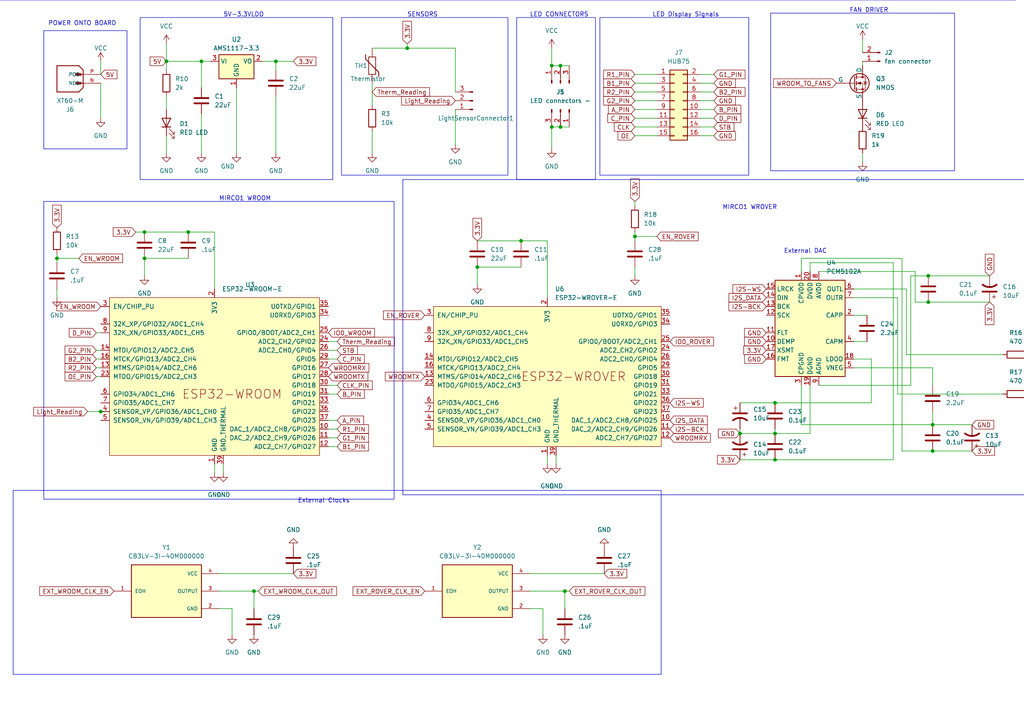
<source format=kicad_sch>
(kicad_sch (version 20230121) (generator eeschema)
  (paper "A4")
  (lib_symbols
    (symbol "Audio:PCM5102A"
      (property "Reference" "U" (at -10.16 13.97 0))
      (property "Value" "PCM5102A" (at 3.81 13.97 0))
      (symbol "PCM5102A_1_1"
        (pin passive line (at -2.54 15.24 270) (length 2.54) (name "CPVDD") (number "1"))
        (pin input line (at -12.7 -5.08 0) (length 2.54) (name "DEMP") (number "10"))
        (pin input line (at -12.7 -2.54 0) (length 2.54) (name "FLT") (number "11"))
        (pin input line (at -12.7 2.54 0) (length 2.54) (name "SCK") (number "12"))
        (pin input line (at -12.7 5.08 0) (length 2.54) (name "BCK") (number "13"))
        (pin input line (at -12.7 7.62 0) (length 2.54) (name "DIN") (number "14"))
        (pin input line (at -12.7 10.16 0) (length 2.54) (name "LRCK") (number "15"))
        (pin input line (at -12.7 -10.16 0) (length 2.54) (name "FMT") (number "16"))
        (pin input line (at -12.7 -7.62 0) (length 2.54) (name "XSMT") (number "17"))
        (pin passive line (at 12.7 -10.16 180) (length 2.54) (name "LDOO") (number "18"))
        (pin power_in line (at 0 -17.78 90) (length 2.54) (name "DGND") (number "19"))
        (pin passive line (at 12.7 2.54 180) (length 2.54) (name "CAPP") (number "2"))
        (pin power_in line (at 0 15.24 270) (length 2.54) (name "DVDD") (number "20"))
        (pin power_in line (at -2.54 -17.78 90) (length 2.54) (name "CPGND") (number "3"))
        (pin passive line (at 12.7 -5.08 180) (length 2.54) (name "CAPM") (number "4"))
        (pin passive line (at 12.7 -12.7 180) (length 2.54) (name "VNEG") (number "5"))
        (pin output line (at 12.7 10.16 180) (length 2.54) (name "OUTL") (number "6"))
        (pin output line (at 12.7 7.62 180) (length 2.54) (name "OUTR") (number "7"))
        (pin power_in line (at 2.54 15.24 270) (length 2.54) (name "AVDD") (number "8"))
        (pin power_in line (at 2.54 -17.78 90) (length 2.54) (name "AGND") (number "9"))
      )
    )
    (symbol "CSD17309Q3_1"
      (property "Reference" "U" (at 0 0 0))
      (symbol "CSD17309Q3_1_1_1"
        (pin input line (at -1.27 2.54 180) (length 2.54) hide (name "S1") (number "1"))
        (pin input line (at -1.27 1.27 180) (length 2.54) hide (name "S2") (number "2"))
        (pin input line (at -1.27 0 180) (length 2.54) hide (name "S3") (number "3"))
        (pin input line (at -1.27 -1.27 180) (length 2.54) hide (name "G") (number "4"))
        (pin input line (at 1.27 2.54 0) (length 2.54) hide (name "D1") (number "5"))
        (pin input line (at 1.27 1.27 0) (length 2.54) hide (name "D2") (number "6"))
        (pin input line (at 1.27 0 0) (length 2.54) hide (name "D3") (number "7"))
        (pin input line (at 1.27 -1.27 0) (length 2.54) hide (name "D4") (number "8"))
      )
    )
    (symbol "CSD17581Q3A:CSD17581Q3A" (pin_names (offset 0.254))
      (property "Reference" "Q" (at 20.32 10.16 0))
      (property "Value" "CSD17581Q3A" (at 20.32 7.62 0))
      (symbol "CSD17581Q3A_0_1"
        (pin unspecified line (at 0 0 0) (length 7.62) (name "SOURCE") (number "1"))
        (pin unspecified line (at 0 -2.54 0) (length 7.62) (name "SOURCE") (number "2"))
        (pin unspecified line (at 0 -5.08 0) (length 7.62) (name "SOURCE") (number "3"))
        (pin unspecified line (at 0 -7.62 0) (length 7.62) (name "GATE") (number "4"))
        (pin unspecified line (at 40.64 -7.62 180) (length 7.62) (name "DRAIN") (number "5"))
        (pin unspecified line (at 40.64 -5.08 180) (length 7.62) (name "DRAIN") (number "6"))
        (pin unspecified line (at 40.64 -2.54 180) (length 7.62) (name "DRAIN") (number "7"))
        (pin unspecified line (at 40.64 0 180) (length 7.62) (name "DRAIN") (number "8"))
        (pin unspecified line (at 40.64 2.54 180) (length 7.62) (name "DRAIN") (number "9"))
      )
    )
    (symbol "Connector:Conn_01x02_Pin" (pin_names (offset 1.016) hide)
      (property "Reference" "J" (at 0 2.54 0))
      (property "Value" "Conn_01x02_Pin" (at 0 -5.08 0))
      (symbol "Conn_01x02_Pin_1_1"
        (pin passive line (at 5.08 0 180) (length 3.81) (name "Pin_1") (number "1"))
        (pin passive line (at 5.08 -2.54 180) (length 3.81) (name "Pin_2") (number "2"))
      )
    )
    (symbol "Connector:Conn_01x03_Pin" (pin_names (offset 1.016) hide)
      (property "Reference" "J" (at 0 5.08 0))
      (property "Value" "Conn_01x03_Pin" (at 0 -5.08 0))
      (symbol "Conn_01x03_Pin_1_1"
        (pin passive line (at 5.08 2.54 180) (length 3.81) (name "Pin_1") (number "1"))
        (pin passive line (at 5.08 0 180) (length 3.81) (name "Pin_2") (number "2"))
        (pin passive line (at 5.08 -2.54 180) (length 3.81) (name "Pin_3") (number "3"))
      )
    )
    (symbol "Connector:USB_B_Micro" (pin_names (offset 1.016))
      (property "Reference" "J" (at -5.08 11.43 0))
      (property "Value" "USB_B_Micro" (at -5.08 8.89 0))
      (symbol "USB_B_Micro_1_1"
        (pin power_out line (at 7.62 5.08 180) (length 2.54) (name "VBUS") (number "1"))
        (pin bidirectional line (at 7.62 -2.54 180) (length 2.54) (name "D-") (number "2"))
        (pin bidirectional line (at 7.62 0 180) (length 2.54) (name "D+") (number "3"))
        (pin passive line (at 7.62 -5.08 180) (length 2.54) (name "ID") (number "4"))
        (pin power_out line (at 0 -10.16 90) (length 2.54) (name "GND") (number "5"))
        (pin passive line (at -2.54 -10.16 90) (length 2.54) (name "Shield") (number "6"))
      )
    )
    (symbol "Connector_Generic:Conn_01x02" (pin_names (offset 1.016) hide)
      (property "Reference" "J" (at 0 2.54 0))
      (property "Value" "Conn_01x02" (at 0 -5.08 0))
      (symbol "Conn_01x02_1_1"
        (pin passive line (at -5.08 0 0) (length 3.81) (name "Pin_1") (number "1"))
        (pin passive line (at -5.08 -2.54 0) (length 3.81) (name "Pin_2") (number "2"))
      )
    )
    (symbol "Connector_Generic:Conn_02x08_Odd_Even" (pin_names (offset 1.016) hide)
      (property "Reference" "J" (at 1.27 10.16 0))
      (property "Value" "Conn_02x08_Odd_Even" (at 1.27 -12.7 0))
      (symbol "Conn_02x08_Odd_Even_1_1"
        (pin passive line (at -5.08 7.62 0) (length 3.81) (name "Pin_1") (number "1"))
        (pin passive line (at 7.62 -2.54 180) (length 3.81) (name "Pin_10") (number "10"))
        (pin passive line (at -5.08 -5.08 0) (length 3.81) (name "Pin_11") (number "11"))
        (pin passive line (at 7.62 -5.08 180) (length 3.81) (name "Pin_12") (number "12"))
        (pin passive line (at -5.08 -7.62 0) (length 3.81) (name "Pin_13") (number "13"))
        (pin passive line (at 7.62 -7.62 180) (length 3.81) (name "Pin_14") (number "14"))
        (pin passive line (at -5.08 -10.16 0) (length 3.81) (name "Pin_15") (number "15"))
        (pin passive line (at 7.62 -10.16 180) (length 3.81) (name "Pin_16") (number "16"))
        (pin passive line (at 7.62 7.62 180) (length 3.81) (name "Pin_2") (number "2"))
        (pin passive line (at -5.08 5.08 0) (length 3.81) (name "Pin_3") (number "3"))
        (pin passive line (at 7.62 5.08 180) (length 3.81) (name "Pin_4") (number "4"))
        (pin passive line (at -5.08 2.54 0) (length 3.81) (name "Pin_5") (number "5"))
        (pin passive line (at 7.62 2.54 180) (length 3.81) (name "Pin_6") (number "6"))
        (pin passive line (at -5.08 0 0) (length 3.81) (name "Pin_7") (number "7"))
        (pin passive line (at 7.62 0 180) (length 3.81) (name "Pin_8") (number "8"))
        (pin passive line (at -5.08 -2.54 0) (length 3.81) (name "Pin_9") (number "9"))
      )
    )
    (symbol "Device:C" (pin_numbers hide) (pin_names (offset 0.254))
      (property "Reference" "C" (at 0.635 2.54 0))
      (property "Value" "C" (at 0.635 -2.54 0))
      (symbol "C_1_1"
        (pin passive line (at 0 3.81 270) (length 2.794) (name "~") (number "1"))
        (pin passive line (at 0 -3.81 90) (length 2.794) (name "~") (number "2"))
      )
    )
    (symbol "Device:C_Polarized_US" (pin_numbers hide) (pin_names (offset 0.254) hide)
      (property "Reference" "C" (at 0.635 2.54 0))
      (property "Value" "C_Polarized_US" (at 0.635 -2.54 0))
      (symbol "C_Polarized_US_1_1"
        (pin passive line (at 0 3.81 270) (length 2.794) (name "~") (number "1"))
        (pin passive line (at 0 -3.81 90) (length 3.302) (name "~") (number "2"))
      )
    )
    (symbol "Device:D_Schottky" (pin_numbers hide) (pin_names (offset 1.016) hide)
      (property "Reference" "D" (at 0 2.54 0))
      (property "Value" "D_Schottky" (at 0 -2.54 0))
      (symbol "D_Schottky_1_1"
        (pin passive line (at -3.81 0 0) (length 2.54) (name "K") (number "1"))
        (pin passive line (at 3.81 0 180) (length 2.54) (name "A") (number "2"))
      )
    )
    (symbol "Device:L" (pin_numbers hide) (pin_names (offset 1.016) hide)
      (property "Reference" "L" (at -1.27 0 90))
      (property "Value" "L" (at 1.905 0 90))
      (symbol "L_1_1"
        (pin passive line (at 0 3.81 270) (length 1.27) (name "1") (number "1"))
        (pin passive line (at 0 -3.81 90) (length 1.27) (name "2") (number "2"))
      )
    )
    (symbol "Device:LED" (pin_numbers hide) (pin_names (offset 1.016) hide)
      (property "Reference" "D" (at 0 2.54 0))
      (property "Value" "LED" (at 0 -2.54 0))
      (symbol "LED_1_1"
        (pin passive line (at -3.81 0 0) (length 2.54) (name "K") (number "1"))
        (pin passive line (at 3.81 0 180) (length 2.54) (name "A") (number "2"))
      )
    )
    (symbol "Device:R" (pin_numbers hide) (pin_names (offset 0))
      (property "Reference" "R" (at 2.032 0 90))
      (property "Value" "R" (at 0 0 90))
      (symbol "R_1_1"
        (pin passive line (at 0 3.81 270) (length 1.27) (name "~") (number "1"))
        (pin passive line (at 0 -3.81 90) (length 1.27) (name "~") (number "2"))
      )
    )
    (symbol "Device:Thermistor" (pin_numbers hide) (pin_names (offset 0))
      (property "Reference" "TH" (at 2.54 1.27 90))
      (property "Value" "Thermistor" (at -2.54 0 90))
      (symbol "Thermistor_1_1"
        (pin passive line (at 0 5.08 270) (length 2.54) (name "~") (number "1"))
        (pin passive line (at 0 -5.08 90) (length 2.54) (name "~") (number "2"))
      )
    )
    (symbol "Diode:BZX84Cxx" (pin_numbers hide) (pin_names hide)
      (property "Reference" "D" (at 0 3.81 0))
      (property "Value" "BZX84Cxx" (at 0 -3.81 0))
      (symbol "BZX84Cxx_1_1"
        (pin passive line (at 3.81 0 180) (length 2.54) (name "A") (number "1"))
        (pin no_connect line (at 1.27 0 180) (length 2.54) hide (name "NC") (number "2"))
        (pin passive line (at -3.81 0 0) (length 2.54) (name "K") (number "3"))
      )
    )
    (symbol "Interface_USB:CP2102N-Axx-xQFN28"
      (property "Reference" "U" (at -8.89 31.75 0))
      (property "Value" "CP2102N-Axx-xQFN28" (at 12.7 31.75 0))
      (symbol "CP2102N-Axx-xQFN28_1_1"
        (pin input line (at 12.7 12.7 180) (length 2.54) (name "~{DCD}") (number "1"))
        (pin no_connect line (at -10.16 -27.94 0) (length 2.54) hide (name "NC") (number "10"))
        (pin output line (at 12.7 2.54 180) (length 2.54) (name "~{SUSPEND}") (number "11"))
        (pin output line (at 12.7 5.08 180) (length 2.54) (name "SUSPEND") (number "12"))
        (pin output line (at 12.7 -22.86 180) (length 2.54) (name "CHREN") (number "13"))
        (pin output line (at 12.7 -27.94 180) (length 2.54) (name "CHR1") (number "14"))
        (pin output line (at 12.7 -25.4 180) (length 2.54) (name "CHR0") (number "15"))
        (pin bidirectional line (at 12.7 -10.16 180) (length 2.54) (name "~{WAKEUP}/GPIO.3") (number "16"))
        (pin bidirectional line (at 12.7 -7.62 180) (length 2.54) (name "RS485/GPIO.2") (number "17"))
        (pin bidirectional line (at 12.7 -5.08 180) (length 2.54) (name "~{RXT}/GPIO.1") (number "18"))
        (pin bidirectional line (at 12.7 -2.54 180) (length 2.54) (name "~{TXT}/GPIO.0") (number "19"))
        (pin bidirectional line (at 12.7 10.16 180) (length 2.54) (name "~{RI}/CLK") (number "2"))
        (pin bidirectional line (at 12.7 -17.78 180) (length 2.54) (name "GPIO.6") (number "20"))
        (pin bidirectional line (at 12.7 -15.24 180) (length 2.54) (name "GPIO.5") (number "21"))
        (pin bidirectional line (at 12.7 -12.7 180) (length 2.54) (name "GPIO.4") (number "22"))
        (pin input line (at 12.7 20.32 180) (length 2.54) (name "~{CTS}") (number "23"))
        (pin output line (at 12.7 22.86 180) (length 2.54) (name "~{RTS}") (number "24"))
        (pin input line (at 12.7 25.4 180) (length 2.54) (name "RXD") (number "25"))
        (pin output line (at 12.7 27.94 180) (length 2.54) (name "TXD") (number "26"))
        (pin input line (at 12.7 17.78 180) (length 2.54) (name "~{DSR}") (number "27"))
        (pin output line (at 12.7 15.24 180) (length 2.54) (name "~{DTR}") (number "28"))
        (pin passive line (at 0 -33.02 90) (length 2.54) hide (name "GND") (number "29"))
        (pin power_in line (at 0 -33.02 90) (length 2.54) (name "GND") (number "3"))
        (pin bidirectional line (at -12.7 10.16 0) (length 2.54) (name "D+") (number "4"))
        (pin bidirectional line (at -12.7 12.7 0) (length 2.54) (name "D-") (number "5"))
        (pin power_in line (at 0 33.02 270) (length 2.54) (name "VDD") (number "6"))
        (pin power_in line (at -2.54 33.02 270) (length 2.54) (name "VREGIN") (number "7"))
        (pin input line (at -12.7 15.24 0) (length 2.54) (name "VBUS") (number "8"))
        (pin input line (at -12.7 27.94 0) (length 2.54) (name "~{RST}") (number "9"))
      )
    )
    (symbol "LM4752TS:LM4752TS" (pin_names (offset 1.016))
      (property "Reference" "U" (at -12.7 16.24 0))
      (property "Value" "LM4752TS" (at -12.7 -19.24 0))
      (symbol "LM4752TS_1_1"
        (text "LM4752" (at 0 0 0) (effects (font (size 1.27 1.27))))
        (pin input line (at 10.16 17.78 0) (length 2.54) (name "Out_B") (number "1"))
        (pin input line (at -11.43 8.89 180) (length 2.54) (name "In_B") (number "2"))
        (pin input line (at 0 20.32 90) (length 2.54) (name "Vcc") (number "3"))
        (pin input line (at 0 -20.32 270) (length 2.54) (name "GND") (number "4"))
        (pin input line (at -11.43 0 180) (length 2.54) (name "Bias") (number "5"))
        (pin input line (at -11.43 -7.62 180) (length 2.54) (name "In_A") (number "6"))
        (pin input line (at 10.16 -16.51 0) (length 2.54) (name "Out_A") (number "7"))
        (pin input line (at -8.89 -20.32 270) (length 2.54) (name "TAB") (number "8"))
      )
    )
    (symbol "LM5122:LM5122MH_NOPB" (pin_names (offset 0.254))
      (property "Reference" "U" (at 0 2.54 0))
      (property "Value" "LM5122MH/NOPB" (at 0 0 0))
      (symbol "LM5122MH_NOPB_0_1"
        (pin output line (at -17.78 -15.24 0) (length 5.08) (name "SYNCOUT") (number "1"))
        (pin input line (at 17.78 2.54 180) (length 5.08) (name "FB") (number "10"))
        (pin output line (at 17.78 5.08 180) (length 5.08) (name "COMP") (number "11"))
        (pin input line (at -17.78 -7.62 0) (length 5.08) (name "SLOPE") (number "12"))
        (pin input line (at 17.78 -7.62 180) (length 5.08) (name "MODE") (number "13"))
        (pin output line (at 17.78 0 180) (length 5.08) (name "RES") (number "14"))
        (pin power_in line (at 17.78 -10.16 180) (length 5.08) (name "PGND") (number "15"))
        (pin power_in line (at 17.78 12.7 180) (length 5.08) (name "LO") (number "16"))
        (pin power_in line (at -17.78 12.7 0) (length 5.08) (name "VCC") (number "17"))
        (pin bidirectional line (at 17.78 17.78 180) (length 5.08) (name "SW") (number "18"))
        (pin power_in line (at 17.78 10.16 180) (length 5.08) (name "HO") (number "19"))
        (pin input line (at 17.78 -15.24 180) (length 5.08) (name "OPT") (number "2"))
        (pin power_in line (at -17.78 17.78 0) (length 5.08) (name "BST") (number "20"))
        (pin power_in line (at 17.78 -17.78 180) (length 5.08) (name "PAD") (number "21"))
        (pin input line (at -17.78 7.62 0) (length 5.08) (name "CSN") (number "3"))
        (pin input line (at -17.78 5.08 0) (length 5.08) (name "CSP") (number "4"))
        (pin power_in line (at -17.78 0 0) (length 5.08) (name "VIN") (number "5"))
        (pin input line (at -17.78 -2.54 0) (length 5.08) (name "UVLO") (number "6"))
        (pin input line (at 17.78 -2.54 180) (length 5.08) (name "SS") (number "7"))
        (pin input line (at -17.78 -12.7 0) (length 5.08) (name "SYNCIN_RT") (number "8"))
        (pin power_in line (at 17.78 -12.7 180) (length 5.08) (name "AGND") (number "9"))
      )
    )
    (symbol "Onboard_Clock:CB3LV-3I-40M000000" (pin_names (offset 1.016))
      (property "Reference" "Y" (at -10.16 8.128 0))
      (property "Value" "CB3LV-3I-40M000000" (at -10.16 -10.16 0))
      (symbol "CB3LV-3I-40M000000_0_0"
        (pin input line (at -15.24 0 0) (length 5.08) (name "EOH") (number "1"))
        (pin power_in line (at 15.24 -5.08 180) (length 5.08) (name "GND") (number "2"))
        (pin output line (at 15.24 0 180) (length 5.08) (name "OUTPUT") (number "3"))
        (pin power_in line (at 15.24 5.08 180) (length 5.08) (name "VCC") (number "4"))
      )
    )
    (symbol "PCM_Espressif:ESP32-WROOM-E" (pin_names (offset 1.016))
      (property "Reference" "U" (at -30.48 27.94 0))
      (property "Value" "ESP32-WROOM-E" (at -30.48 25.4 0))
      (symbol "ESP32-WROOM-E_1_1"
        (text "ESP32-­WROOM­" (at 5.08 -5.08 0) (effects (font (size 2.54 2.54))))
        (pin power_in line (at 0 -25.4 90) (length 2.54) (name "GND") (number "1"))
        (pin bidirectional line (at 33.02 -15.24 180) (length 2.54) (name "DAC_1/ADC2_CH8/GPIO25") (number "10"))
        (pin bidirectional line (at 33.02 -17.78 180) (length 2.54) (name "DAC_2/ADC2_CH9/GPIO26") (number "11"))
        (pin bidirectional line (at 33.02 -20.32 180) (length 2.54) (name "ADC2_CH7/GPIO27") (number "12"))
        (pin bidirectional line (at -33.02 2.54 0) (length 2.54) (name "MTMS/GPIO14/ADC2_CH6") (number "13"))
        (pin bidirectional line (at -33.02 7.62 0) (length 2.54) (name "MTDI/GPIO12/ADC2_CH5") (number "14"))
        (pin passive line (at 0 -25.4 90) (length 2.54) hide (name "GND") (number "15"))
        (pin bidirectional line (at -33.02 5.08 0) (length 2.54) (name "MTCK/GPIO13/ADC2_CH4") (number "16"))
        (pin power_in line (at 0 25.4 270) (length 2.54) (name "3V3") (number "2"))
        (pin bidirectional line (at -33.02 0 0) (length 2.54) (name "MTDO/GPIO15/ADC2_CH3") (number "23"))
        (pin bidirectional line (at 33.02 10.16 180) (length 2.54) (name "ADC2_CH2/GPIO2") (number "24"))
        (pin bidirectional line (at 33.02 12.7 180) (length 2.54) (name "GPIO0/BOOT/ADC2_CH1") (number "25"))
        (pin bidirectional line (at 33.02 7.62 180) (length 2.54) (name "ADC2_CH0/GPIO4") (number "26"))
        (pin bidirectional line (at 33.02 2.54 180) (length 2.54) (name "GPIO16") (number "27"))
        (pin bidirectional line (at 33.02 0 180) (length 2.54) (name "GPIO17") (number "28"))
        (pin bidirectional line (at 33.02 5.08 180) (length 2.54) (name "GPIO5") (number "29"))
        (pin input line (at -33.02 20.32 0) (length 2.54) (name "EN/CHIP_PU") (number "3"))
        (pin bidirectional line (at 33.02 -2.54 180) (length 2.54) (name "GPIO18") (number "30"))
        (pin bidirectional line (at 33.02 -5.08 180) (length 2.54) (name "GPIO19") (number "31"))
        (pin bidirectional line (at 33.02 -7.62 180) (length 2.54) (name "GPIO21") (number "33"))
        (pin bidirectional line (at 33.02 17.78 180) (length 2.54) (name "U0RXD/GPIO3") (number "34"))
        (pin bidirectional line (at 33.02 20.32 180) (length 2.54) (name "U0TXD/GPIO1") (number "35"))
        (pin bidirectional line (at 33.02 -10.16 180) (length 2.54) (name "GPIO22") (number "36"))
        (pin bidirectional line (at 33.02 -12.7 180) (length 2.54) (name "GPIO23") (number "37"))
        (pin passive line (at 0 -25.4 90) (length 2.54) hide (name "GND") (number "38"))
        (pin power_in line (at 2.54 -25.4 90) (length 2.54) (name "GND_THERMAL") (number "39"))
        (pin input line (at -33.02 -10.16 0) (length 2.54) (name "SENSOR_VP/GPIO36/ADC1_CH0") (number "4"))
        (pin input line (at -33.02 -12.7 0) (length 2.54) (name "SENSOR_VN/GPIO39/ADC1_CH3") (number "5"))
        (pin input line (at -33.02 -5.08 0) (length 2.54) (name "GPIO34/ADC1_CH6") (number "6"))
        (pin input line (at -33.02 -7.62 0) (length 2.54) (name "GPIO35/ADC1_CH7") (number "7"))
        (pin bidirectional line (at -33.02 15.24 0) (length 2.54) (name "32K_XP/GPIO32/ADC1_CH4") (number "8"))
        (pin bidirectional line (at -33.02 12.7 0) (length 2.54) (name "32K_XN/GPIO33/ADC1_CH5") (number "9"))
      )
    )
    (symbol "PCM_Espressif:ESP32-WROVER-E" (pin_names (offset 1.016))
      (property "Reference" "U" (at -30.48 25.4 0))
      (property "Value" "ESP32-WROVER-E" (at -30.48 22.86 0))
      (symbol "ESP32-WROVER-E_1_1"
        (text "ESP32-­WROVER" (at 7.62 0 0) (effects (font (size 2.54 2.54))))
        (pin power_in line (at 0 -22.86 90) (length 2.54) (name "GND") (number "1"))
        (pin bidirectional line (at 35.56 -12.7 180) (length 2.54) (name "DAC_1/ADC2_CH8/GPIO25") (number "10"))
        (pin bidirectional line (at 35.56 -15.24 180) (length 2.54) (name "DAC_2/ADC2_CH9/GPIO26") (number "11"))
        (pin bidirectional line (at 35.56 -17.78 180) (length 2.54) (name "ADC2_CH7/GPIO27") (number "12"))
        (pin bidirectional line (at -35.56 0 0) (length 2.54) (name "MTMS/GPIO14/ADC2_CH6") (number "13"))
        (pin bidirectional line (at -35.56 5.08 0) (length 2.54) (name "MTDI/GPIO12/ADC2_CH5") (number "14"))
        (pin passive line (at 0 -22.86 90) (length 2.54) hide (name "GND") (number "15"))
        (pin bidirectional line (at -35.56 2.54 0) (length 2.54) (name "MTCK/GPIO13/ADC2_CH4") (number "16"))
        (pin power_in line (at 0 22.86 270) (length 2.54) (name "3V3") (number "2"))
        (pin bidirectional line (at -35.56 -2.54 0) (length 2.54) (name "MTDO/GPIO15/ADC2_CH3") (number "23"))
        (pin bidirectional line (at 35.56 7.62 180) (length 2.54) (name "ADC2_CH2/GPIO2") (number "24"))
        (pin bidirectional line (at 35.56 10.16 180) (length 2.54) (name "GPIO0/BOOT/ADC2_CH1") (number "25"))
        (pin bidirectional line (at 35.56 5.08 180) (length 2.54) (name "ADC2_CH0/GPIO4") (number "26"))
        (pin bidirectional line (at 35.56 2.54 180) (length 2.54) (name "GPIO5") (number "29"))
        (pin input line (at -35.56 17.78 0) (length 2.54) (name "EN/CHIP_PU") (number "3"))
        (pin bidirectional line (at 35.56 0 180) (length 2.54) (name "GPIO18") (number "30"))
        (pin bidirectional line (at 35.56 -2.54 180) (length 2.54) (name "GPIO19") (number "31"))
        (pin bidirectional line (at 35.56 -5.08 180) (length 2.54) (name "GPIO21") (number "33"))
        (pin bidirectional line (at 35.56 15.24 180) (length 2.54) (name "U0RXD/GPIO3") (number "34"))
        (pin bidirectional line (at 35.56 17.78 180) (length 2.54) (name "U0TXD/GPIO1") (number "35"))
        (pin bidirectional line (at 35.56 -7.62 180) (length 2.54) (name "GPIO22") (number "36"))
        (pin bidirectional line (at 35.56 -10.16 180) (length 2.54) (name "GPIO23") (number "37"))
        (pin passive line (at 0 -22.86 90) (length 2.54) hide (name "GND") (number "38"))
        (pin power_in line (at 2.54 -22.86 90) (length 2.54) (name "GND_THERMAL") (number "39"))
        (pin input line (at -35.56 -12.7 0) (length 2.54) (name "SENSOR_VP/GPIO36/ADC1_CH0") (number "4"))
        (pin input line (at -35.56 -15.24 0) (length 2.54) (name "SENSOR_VN/GPIO39/ADC1_CH3") (number "5"))
        (pin input line (at -35.56 -7.62 0) (length 2.54) (name "GPIO34/ADC1_CH6") (number "6"))
        (pin input line (at -35.56 -10.16 0) (length 2.54) (name "GPIO35/ADC1_CH7") (number "7"))
        (pin bidirectional line (at -35.56 12.7 0) (length 2.54) (name "32K_XP/GPIO32/ADC1_CH4") (number "8"))
        (pin bidirectional line (at -35.56 10.16 0) (length 2.54) (name "32K_XN/GPIO33/ADC1_CH5") (number "9"))
      )
    )
    (symbol "Regulator_Linear:AMS1117-3.3"
      (property "Reference" "U" (at -3.81 3.175 0))
      (property "Value" "AMS1117-3.3" (at 0 3.175 0))
      (symbol "AMS1117-3.3_1_1"
        (pin power_in line (at 0 -7.62 90) (length 2.54) (name "GND") (number "1"))
        (pin power_out line (at 7.62 0 180) (length 2.54) (name "VO") (number "2"))
        (pin power_in line (at -7.62 0 0) (length 2.54) (name "VI") (number "3"))
      )
    )
    (symbol "Simulation_SPICE:NMOS" (pin_numbers hide) (pin_names (offset 0))
      (property "Reference" "Q" (at 5.08 1.27 0))
      (property "Value" "NMOS" (at 5.08 -1.27 0))
      (symbol "NMOS_1_1"
        (pin passive line (at 2.54 5.08 270) (length 2.54) (name "D") (number "1"))
        (pin input line (at -5.08 0 0) (length 2.54) (name "G") (number "2"))
        (pin passive line (at 2.54 -5.08 90) (length 2.54) (name "S") (number "3"))
      )
    )
    (symbol "Switch:SW_Push" (pin_numbers hide) (pin_names (offset 1.016) hide)
      (property "Reference" "SW" (at 1.27 2.54 0))
      (property "Value" "SW_Push" (at 0 -1.524 0))
      (symbol "SW_Push_0_1"
        (pin passive line (at -5.08 0 0) (length 2.54) (name "1") (number "1"))
        (pin passive line (at 5.08 0 180) (length 2.54) (name "2") (number "2"))
      )
    )
    (symbol "Transistor_BJT:S8050" (pin_names (offset 0) hide)
      (property "Reference" "Q" (at 5.08 1.905 0))
      (property "Value" "S8050" (at 5.08 0 0))
      (symbol "S8050_1_1"
        (pin passive line (at 2.54 -5.08 90) (length 2.54) (name "E") (number "1"))
        (pin input line (at -5.08 0 0) (length 5.08) (name "B") (number "2"))
        (pin passive line (at 2.54 5.08 270) (length 2.54) (name "C") (number "3"))
      )
    )
    (symbol "XT60-M:XT60-M" (pin_names (offset 1.016))
      (property "Reference" "J" (at 0 6.35 0))
      (property "Value" "XT60-M" (at 0 -5.08 0))
      (symbol "XT60-M_0_0"
        (pin passive line (at -5.08 0 0) (length 5.08) (name "NEG") (number "N"))
        (pin passive line (at -5.08 2.54 0) (length 5.08) (name "POS") (number "P"))
      )
    )
    (symbol "power:GND" (power) (pin_names (offset 0))
      (property "Value" "GND" (at 0 -3.81 0))
      (symbol "GND_1_1"
        (pin power_in line (at 0 0 270) (length 0) hide (name "GND") (number "1"))
      )
    )
    (symbol "power:VCC" (power) (pin_names (offset 0))
      (property "Value" "VCC" (at 0 3.81 0))
      (symbol "VCC_1_1"
        (pin power_in line (at 0 0 90) (length 0) hide (name "VCC") (number "1"))
      )
    )
  )
  (junction (at -96.52 165.1))
  (junction (at 80.01 17.78))
  (junction (at 113.03 -64.77))
  (junction (at 162.56 19.05))
  (junction (at 27.94 -74.93))
  (junction (at 21.59 -10.16))
  (junction (at -36.83 73.66))
  (junction (at -119.38 120.65))
  (junction (at 107.95 -66.04))
  (junction (at 166.37 -39.37))
  (junction (at 337.82 160.02))
  (junction (at 177.8 -10.16))
  (junction (at 214.63 125.73))
  (junction (at -36.83 60.96))
  (junction (at 29.21 119.38))
  (junction (at 162.56 -74.93))
  (junction (at 356.87 166.37))
  (junction (at -83.82 66.04))
  (junction (at 184.15 68.58))
  (junction (at -81.28 160.02))
  (junction (at 224.79 125.73))
  (junction (at -130.81 163.83))
  (junction (at 35.56 -62.23))
  (junction (at 248.92 -63.5))
  (junction (at 134.62 -39.37))
  (junction (at 110.49 -10.16))
  (junction (at 419.1 77.47))
  (junction (at 138.43 77.47))
  (junction (at 248.92 -29.21))
  (junction (at 224.79 133.35))
  (junction (at 16.51 74.93))
  (junction (at 105.41 -10.16))
  (junction (at 118.11 -43.18))
  (junction (at 233.68 -74.93))
  (junction (at 27.94 -10.16))
  (junction (at 113.03 -66.04))
  (junction (at 27.94 -34.29))
  (junction (at 224.79 116.84))
  (junction (at 337.82 138.43))
  (junction (at 190.5 -74.93))
  (junction (at 118.11 -10.16))
  (junction (at 336.55 124.46))
  (junction (at 190.5 -10.16))
  (junction (at -88.9 66.04))
  (junction (at 107.95 -64.77))
  (junction (at 102.87 -10.16))
  (junction (at 35.56 -54.61))
  (junction (at -91.44 73.66))
  (junction (at 54.61 67.31))
  (junction (at -67.31 91.44))
  (junction (at 35.56 -10.16))
  (junction (at 177.8 -74.93))
  (junction (at 419.1 72.39))
  (junction (at -118.11 134.62))
  (junction (at 163.83 171.45))
  (junction (at 48.26 17.78))
  (junction (at -87.63 71.12))
  (junction (at 121.92 -69.85))
  (junction (at 160.02 36.83))
  (junction (at 68.58 -69.85))
  (junction (at 107.95 -10.16))
  (junction (at -115.57 158.75))
  (junction (at 269.24 80.01))
  (junction (at 45.72 -74.93))
  (junction (at 368.3 74.93))
  (junction (at 21.59 -74.93))
  (junction (at 162.56 -67.31))
  (junction (at 58.42 17.78))
  (junction (at 151.13 69.85))
  (junction (at 35.56 -74.93))
  (junction (at 113.03 -67.31))
  (junction (at 41.91 67.31))
  (junction (at 77.47 -69.85))
  (junction (at 269.24 87.63))
  (junction (at 102.87 -74.93))
  (junction (at 162.56 36.83))
  (junction (at 113.03 -74.93))
  (junction (at 118.11 13.97))
  (junction (at 372.11 161.29))
  (junction (at 364.49 77.47))
  (junction (at 419.1 64.77))
  (junction (at 166.37 -74.93))
  (junction (at 367.03 69.85))
  (junction (at 166.37 -10.16))
  (junction (at 102.87 -69.85))
  (junction (at 160.02 19.05))
  (junction (at -36.83 68.58))
  (junction (at 41.91 74.93))
  (junction (at 322.58 165.1))
  (junction (at 388.62 95.25))
  (junction (at 270.51 123.19))
  (junction (at 372.11 69.85))
  (junction (at 55.88 -74.93))
  (junction (at 162.56 -72.39))
  (junction (at 134.62 -43.18))
  (junction (at 270.51 130.81))
  (junction (at 114.3 -10.16))
  (junction (at 41.91 -10.16))
  (junction (at 73.66 171.45))
  (junction (at 121.92 -72.39))
  (junction (at 162.56 -69.85))
  (wire (pts (xy -92.71 71.12) (xy -87.63 71.12)))
  (wire (pts (xy 214.63 -38.1) (xy 222.25 -38.1)))
  (wire (pts (xy 322.58 160.02) (xy 322.58 165.1)))
  (wire (pts (xy 76.2 17.78) (xy 80.01 17.78)))
  (wire (pts (xy -39.37 73.66) (xy -36.83 73.66)))
  (wire (pts (xy 162.56 -67.31) (xy 162.56 -64.77)))
  (wire (pts (xy 55.88 -44.45) (xy 55.88 -74.93)))
  (wire (pts (xy 41.91 74.93) (xy 54.61 74.93)))
  (wire (pts (xy 214.63 -54.61) (xy 222.25 -54.61)))
  (wire (pts (xy 102.87 -74.93) (xy 82.55 -74.93)))
  (wire (pts (xy 248.92 -29.21) (xy 254 -29.21)))
  (wire (pts (xy -92.71 66.04) (xy -88.9 66.04)))
  (wire (pts (xy -119.38 129.54) (xy -97.79 129.54)))
  (wire (pts (xy 68.58 -69.85) (xy 68.58 -64.77)))
  (wire (pts (xy 234.95 76.2) (xy 234.95 78.74)))
  (wire (pts (xy 262.89 83.82) (xy 262.89 102.87)))
  (wire (pts (xy 121.92 -74.93) (xy 121.92 -72.39)))
  (wire (pts (xy 73.66 171.45) (xy 63.5 171.45)))
  (wire (pts (xy 364.49 77.47) (xy 375.92 77.47)))
  (wire (pts (xy 45.72 -74.93) (xy 46.99 -74.93)))
  (wire (pts (xy 68.58 -69.85) (xy 69.85 -69.85)))
  (wire (pts (xy 160.02 13.97) (xy 160.02 19.05)))
  (wire (pts (xy 35.56 -16.51) (xy 35.56 -10.16)))
  (wire (pts (xy 166.37 -21.59) (xy 166.37 -10.16)))
  (wire (pts (xy -104.14 99.06) (xy -101.6 99.06)))
  (wire (pts (xy 224.79 124.46) (xy 224.79 125.73)))
  (wire (pts (xy -104.14 106.68) (xy -101.6 106.68)))
  (wire (pts (xy -87.63 71.12) (xy -73.66 71.12)))
  (wire (pts (xy 113.03 -74.93) (xy 113.03 -67.31)))
  (wire (pts (xy -24.13 86.36) (xy -19.05 86.36)))
  (wire (pts (xy -120.65 134.62) (xy -118.11 134.62)))
  (wire (pts (xy 158.75 132.08) (xy 158.75 134.62)))
  (wire (pts (xy 345.44 138.43) (xy 350.52 138.43)))
  (wire (pts (xy 48.26 17.78) (xy 48.26 20.32)))
  (wire (pts (xy 363.22 77.47) (xy 364.49 77.47)))
  (wire (pts (xy 270.51 119.38) (xy 270.51 123.19)))
  (wire (pts (xy 264.16 111.76) (xy 264.16 80.01)))
  (wire (pts (xy 95.25 104.14) (xy 97.79 104.14)))
  (wire (pts (xy -125.73 158.75) (xy -130.81 158.75)))
  (wire (pts (xy 177.8 -74.93) (xy 177.8 -49.53)))
  (wire (pts (xy 97.79 -29.21) (xy 110.49 -29.21)))
  (wire (pts (xy 118.11 13.97) (xy 132.08 13.97)))
  (wire (pts (xy 160.02 36.83) (xy 162.56 36.83)))
  (wire (pts (xy 27.94 106.68) (xy 29.21 106.68)))
  (wire (pts (xy 29.21 17.78) (xy 29.21 21.59)))
  (wire (pts (xy 107.95 -67.31) (xy 107.95 -66.04)))
  (wire (pts (xy 367.03 69.85) (xy 372.11 69.85)))
  (wire (pts (xy 62.23 -44.45) (xy 55.88 -44.45)))
  (wire (pts (xy 431.8 95.25) (xy 436.88 95.25)))
  (wire (pts (xy 110.49 -29.21) (xy 110.49 -10.16)))
  (wire (pts (xy -81.28 55.88) (xy -81.28 58.42)))
  (wire (pts (xy -102.87 66.04) (xy -100.33 66.04)))
  (wire (pts (xy 265.43 87.63) (xy 269.24 87.63)))
  (wire (pts (xy 337.82 138.43) (xy 337.82 129.54)))
  (wire (pts (xy 214.63 125.73) (xy 224.79 125.73)))
  (wire (pts (xy 248.92 -74.93) (xy 250.19 -74.93)))
  (wire (pts (xy 431.8 107.95) (xy 434.34 107.95)))
  (wire (pts (xy 111.76 -66.04) (xy 113.03 -66.04)))
  (wire (pts (xy 54.61 67.31) (xy 62.23 67.31)))
  (wire (pts (xy 21.59 -10.16) (xy 27.94 -10.16)))
  (wire (pts (xy 104.14 -49.53) (xy 104.14 -63.5)))
  (wire (pts (xy -81.28 66.04) (xy -83.82 66.04)))
  (wire (pts (xy 111.76 -67.31) (xy 113.03 -67.31)))
  (wire (pts (xy 95.25 99.06) (xy 97.79 99.06)))
  (wire (pts (xy 184.15 26.67) (xy 190.5 26.67)))
  (wire (pts (xy 77.47 -69.85) (xy 86.36 -69.85)))
  (wire (pts (xy 431.8 100.33) (xy 438.15 100.33)))
  (wire (pts (xy 431.8 87.63) (xy 438.15 87.63)))
  (wire (pts (xy 109.22 -67.31) (xy 107.95 -67.31)))
  (wire (pts (xy 337.82 160.02) (xy 341.63 160.02)))
  (wire (pts (xy 388.62 95.25) (xy 406.4 95.25)))
  (wire (pts (xy 107.95 -64.77) (xy 109.22 -64.77)))
  (wire (pts (xy 232.41 123.19) (xy 270.51 123.19)))
  (wire (pts (xy 270.51 130.81) (xy 281.94 130.81)))
  (wire (pts (xy 27.94 -34.29) (xy 62.23 -34.29)))
  (wire (pts (xy 237.49 78.74) (xy 265.43 78.74)))
  (wire (pts (xy 237.49 111.76) (xy 264.16 111.76)))
  (wire (pts (xy -24.13 104.14) (xy -21.59 104.14)))
  (wire (pts (xy 21.59 -74.93) (xy 27.94 -74.93)))
  (wire (pts (xy 39.37 67.31) (xy 41.91 67.31)))
  (wire (pts (xy 27.94 109.22) (xy 29.21 109.22)))
  (wire (pts (xy 27.94 -60.96) (xy 27.94 -34.29)))
  (wire (pts (xy 113.03 -64.77) (xy 113.03 -63.5)))
  (wire (pts (xy 21.59 -77.47) (xy 21.59 -74.93)))
  (wire (pts (xy 29.21 119.38) (xy 30.48 119.38)))
  (wire (pts (xy 337.82 129.54) (xy 358.14 129.54)))
  (wire (pts (xy 21.59 -44.45) (xy 21.59 -10.16)))
  (wire (pts (xy 388.62 102.87) (xy 388.62 104.14)))
  (wire (pts (xy -77.47 91.44) (xy -74.93 91.44)))
  (wire (pts (xy 327.66 160.02) (xy 322.58 160.02)))
  (wire (pts (xy 166.37 -54.61) (xy 166.37 -39.37)))
  (wire (pts (xy 431.8 97.79) (xy 436.88 97.79)))
  (wire (pts (xy 248.92 -17.78) (xy 248.92 -19.05)))
  (wire (pts (xy 247.65 83.82) (xy 262.89 83.82)))
  (wire (pts (xy 41.91 -24.13) (xy 62.23 -24.13)))
  (wire (pts (xy -41.91 68.58) (xy -36.83 68.58)))
  (wire (pts (xy 48.26 39.37) (xy 48.26 44.45)))
  (wire (pts (xy 363.22 74.93) (xy 368.3 74.93)))
  (wire (pts (xy 261.62 -17.78) (xy 261.62 -11.43)))
  (wire (pts (xy -36.83 68.58) (xy -36.83 73.66)))
  (wire (pts (xy 97.79 -49.53) (xy 104.14 -49.53)))
  (wire (pts (xy 48.26 27.94) (xy 48.26 31.75)))
  (wire (pts (xy 110.49 -10.16) (xy 114.3 -10.16)))
  (wire (pts (xy 27.94 -74.93) (xy 35.56 -74.93)))
  (wire (pts (xy 107.95 -10.16) (xy 110.49 -10.16)))
  (wire (pts (xy 184.15 34.29) (xy 190.5 34.29)))
  (wire (pts (xy 351.79 110.49) (xy 354.33 110.49)))
  (wire (pts (xy -115.57 158.75) (xy -111.76 158.75)))
  (wire (pts (xy 102.87 -69.85) (xy 102.87 -74.93)))
  (wire (pts (xy 431.8 82.55) (xy 438.15 82.55)))
  (wire (pts (xy 48.26 12.7) (xy 48.26 17.78)))
  (wire (pts (xy 372.11 69.85) (xy 372.11 80.01)))
  (wire (pts (xy 243.84 -63.5) (xy 248.92 -63.5)))
  (wire (pts (xy -130.81 163.83) (xy -130.81 167.64)))
  (wire (pts (xy -24.13 93.98) (xy -19.05 93.98)))
  (wire (pts (xy 224.79 133.35) (xy 259.08 133.35)))
  (wire (pts (xy 62.23 134.62) (xy 62.23 137.16)))
  (wire (pts (xy 97.79 -46.99) (xy 115.57 -46.99)))
  (wire (pts (xy 62.23 -62.23) (xy 62.23 -54.61)))
  (wire (pts (xy 35.56 -74.93) (xy 45.72 -74.93)))
  (wire (pts (xy 353.06 77.47) (xy 355.6 77.47)))
  (wire (pts (xy 234.95 125.73) (xy 234.95 111.76)))
  (wire (pts (xy 203.2 -54.61) (xy 207.01 -54.61)))
  (wire (pts (xy -97.79 114.3) (xy -97.79 115.57)))
  (wire (pts (xy 269.24 80.01) (xy 287.02 80.01)))
  (wire (pts (xy 113.03 -67.31) (xy 113.03 -66.04)))
  (wire (pts (xy 252.73 116.84) (xy 252.73 104.14)))
  (wire (pts (xy 95.25 124.46) (xy 97.79 124.46)))
  (wire (pts (xy 162.56 -74.93) (xy 166.37 -74.93)))
  (wire (pts (xy -130.81 163.83) (xy -125.73 163.83)))
  (wire (pts (xy 80.01 17.78) (xy 85.09 17.78)))
  (wire (pts (xy 97.79 -24.13) (xy 105.41 -24.13)))
  (wire (pts (xy 166.37 -39.37) (xy 166.37 -29.21)))
  (wire (pts (xy 358.14 143.51) (xy 358.14 146.05)))
  (wire (pts (xy -91.44 73.66) (xy -73.66 73.66)))
  (wire (pts (xy 93.98 -69.85) (xy 102.87 -69.85)))
  (wire (pts (xy 369.57 166.37) (xy 372.11 166.37)))
  (wire (pts (xy 62.23 -36.83) (xy 43.18 -36.83)))
  (wire (pts (xy 260.35 114.3) (xy 290.83 114.3)))
  (wire (pts (xy 63.5 176.53) (xy 67.31 176.53)))
  (wire (pts (xy 21.59 -74.93) (xy 21.59 -52.07)))
  (wire (pts (xy 243.84 -29.21) (xy 248.92 -29.21)))
  (wire (pts (xy 203.2 31.75) (xy 207.01 31.75)))
  (wire (pts (xy -102.87 71.12) (xy -100.33 71.12)))
  (wire (pts (xy -24.13 78.74) (xy -17.78 78.74)))
  (wire (pts (xy -88.9 66.04) (xy -83.82 66.04)))
  (wire (pts (xy -118.11 163.83) (xy -115.57 163.83)))
  (wire (pts (xy 115.57 -64.77) (xy 115.57 -46.99)))
  (wire (pts (xy 162.56 -69.85) (xy 162.56 -67.31)))
  (wire (pts (xy 261.62 -53.34) (xy 261.62 -45.72)))
  (wire (pts (xy 95.25 127) (xy 97.79 127)))
  (wire (pts (xy 203.2 34.29) (xy 207.01 34.29)))
  (wire (pts (xy 80.01 17.78) (xy 80.01 20.32)))
  (wire (pts (xy 374.65 59.69) (xy 374.65 62.23)))
  (wire (pts (xy 160.02 19.05) (xy 162.56 19.05)))
  (wire (pts (xy 248.92 -63.5) (xy 254 -63.5)))
  (wire (pts (xy 107.95 38.1) (xy 107.95 44.45)))
  (wire (pts (xy 416.56 77.47) (xy 419.1 77.47)))
  (wire (pts (xy 177.8 -41.91) (xy 177.8 -10.16)))
  (wire (pts (xy 260.35 86.36) (xy 260.35 114.3)))
  (wire (pts (xy 162.56 36.83) (xy 165.1 36.83)))
  (wire (pts (xy 97.79 -54.61) (xy 102.87 -54.61)))
  (wire (pts (xy -118.11 134.62) (xy -118.11 125.73)))
  (wire (pts (xy 62.23 -62.23) (xy 77.47 -62.23)))
  (wire (pts (xy 419.1 143.51) (xy 419.1 144.78)))
  (wire (pts (xy 60.96 -49.53) (xy 60.96 -64.77)))
  (wire (pts (xy 261.62 -63.5) (xy 261.62 -55.88)))
  (wire (pts (xy -88.9 64.77) (xy -88.9 66.04)))
  (wire (pts (xy 166.37 -10.16) (xy 177.8 -10.16)))
  (wire (pts (xy -96.52 165.1) (xy -91.44 165.1)))
  (wire (pts (xy 335.28 124.46) (xy 336.55 124.46)))
  (wire (pts (xy 134.62 -50.8) (xy 134.62 -43.18)))
  (wire (pts (xy -67.31 99.06) (xy -67.31 100.33)))
  (wire (pts (xy 95.25 129.54) (xy 97.79 129.54)))
  (wire (pts (xy -91.44 160.02) (xy -96.52 160.02)))
  (wire (pts (xy 345.44 124.46) (xy 350.52 124.46)))
  (wire (pts (xy 184.15 24.13) (xy 190.5 24.13)))
  (wire (pts (xy 160.02 36.83) (xy 160.02 43.18)))
  (wire (pts (xy 250.19 17.78) (xy 250.19 19.05)))
  (wire (pts (xy 74.93 171.45) (xy 73.66 171.45)))
  (wire (pts (xy 184.15 21.59) (xy 190.5 21.59)))
  (wire (pts (xy 356.87 166.37) (xy 356.87 170.18)))
  (wire (pts (xy 102.87 -21.59) (xy 102.87 -10.16)))
  (wire (pts (xy 41.91 -10.16) (xy 102.87 -10.16)))
  (wire (pts (xy 102.87 -74.93) (xy 113.03 -74.93)))
  (wire (pts (xy 269.24 87.63) (xy 287.02 87.63)))
  (wire (pts (xy -24.13 81.28) (xy -17.78 81.28)))
  (wire (pts (xy 203.2 24.13) (xy 207.01 24.13)))
  (wire (pts (xy 184.15 39.37) (xy 190.5 39.37)))
  (wire (pts (xy 298.45 102.87) (xy 300.99 102.87)))
  (wire (pts (xy 104.14 -63.5) (xy 109.22 -63.5)))
  (wire (pts (xy 184.15 68.58) (xy 184.15 69.85)))
  (wire (pts (xy 102.87 -10.16) (xy 105.41 -10.16)))
  (wire (pts (xy -41.91 60.96) (xy -36.83 60.96)))
  (wire (pts (xy -24.13 96.52) (xy -17.78 96.52)))
  (wire (pts (xy -119.38 120.65) (xy -118.11 120.65)))
  (wire (pts (xy 153.67 176.53) (xy 157.48 176.53)))
  (wire (pts (xy 118.11 -50.8) (xy 127 -50.8)))
  (wire (pts (xy 345.44 85.09) (xy 345.44 87.63)))
  (wire (pts (xy 336.55 124.46) (xy 337.82 124.46)))
  (wire (pts (xy 80.01 27.94) (xy 80.01 44.45)))
  (wire (pts (xy 151.13 69.85) (xy 158.75 69.85)))
  (wire (pts (xy 35.56 -64.77) (xy 35.56 -62.23)))
  (wire (pts (xy 107.95 -64.77) (xy 107.95 -55.88)))
  (wire (pts (xy 45.72 -41.91) (xy 45.72 -74.93)))
  (wire (pts (xy 97.79 -34.29) (xy 114.3 -34.29)))
  (wire (pts (xy 118.11 -10.16) (xy 166.37 -10.16)))
  (wire (pts (xy 118.11 12.7) (xy 118.11 13.97)))
  (wire (pts (xy 16.51 74.93) (xy 22.86 74.93)))
  (wire (pts (xy 35.56 -72.39) (xy 35.56 -74.93)))
  (wire (pts (xy 97.79 -39.37) (xy 134.62 -39.37)))
  (wire (pts (xy -130.81 158.75) (xy -130.81 163.83)))
  (wire (pts (xy 335.28 138.43) (xy 337.82 138.43)))
  (wire (pts (xy 361.95 161.29) (xy 356.87 161.29)))
  (wire (pts (xy 378.46 95.25) (xy 381 95.25)))
  (wire (pts (xy 58.42 33.02) (xy 58.42 44.45)))
  (wire (pts (xy 95.25 121.92) (xy 97.79 121.92)))
  (wire (pts (xy 368.3 74.93) (xy 368.3 80.01)))
  (wire (pts (xy 262.89 102.87) (xy 290.83 102.87)))
  (wire (pts (xy 107.95 -26.67) (xy 107.95 -10.16)))
  (wire (pts (xy 132.08 13.97) (xy 132.08 26.67)))
  (wire (pts (xy -81.28 160.02) (xy -77.47 160.02)))
  (wire (pts (xy 190.5 -74.93) (xy 233.68 -74.93)))
  (wire (pts (xy 27.94 -16.51) (xy 27.94 -10.16)))
  (wire (pts (xy 233.68 -10.16) (xy 190.5 -10.16)))
  (wire (pts (xy 248.92 -63.5) (xy 248.92 -60.96)))
  (wire (pts (xy 29.21 24.13) (xy 29.21 34.29)))
  (wire (pts (xy 184.15 58.42) (xy 184.15 59.69)))
  (wire (pts (xy 16.51 83.82) (xy 16.51 86.36)))
  (wire (pts (xy 214.63 -45.72) (xy 222.25 -45.72)))
  (wire (pts (xy -118.11 125.73) (xy -97.79 125.73)))
  (wire (pts (xy -36.83 139.7) (xy -36.83 140.97)))
  (wire (pts (xy 35.56 -29.21) (xy 35.56 -24.13)))
  (wire (pts (xy 190.5 -41.91) (xy 190.5 -10.16)))
  (wire (pts (xy 115.57 -64.77) (xy 121.92 -64.77)))
  (wire (pts (xy -83.82 165.1) (xy -81.28 165.1)))
  (wire (pts (xy 113.03 -74.93) (xy 121.92 -74.93)))
  (wire (pts (xy 419.1 72.39) (xy 419.1 77.47)))
  (wire (pts (xy -97.79 139.7) (xy -97.79 142.24)))
  (wire (pts (xy -87.63 71.12) (xy -87.63 76.2)))
  (wire (pts (xy 336.55 124.46) (xy 336.55 133.35)))
  (wire (pts (xy 118.11 -41.91) (xy 118.11 -43.18)))
  (wire (pts (xy 114.3 -10.16) (xy 118.11 -10.16)))
  (wire (pts (xy 113.03 -66.04) (xy 113.03 -64.77)))
  (wire (pts (xy 431.8 85.09) (xy 438.15 85.09)))
  (wire (pts (xy 356.87 166.37) (xy 361.95 166.37)))
  (wire (pts (xy 41.91 -24.13) (xy 41.91 -19.05)))
  (wire (pts (xy 341.63 102.87) (xy 344.17 102.87)))
  (wire (pts (xy 54.61 -74.93) (xy 55.88 -74.93)))
  (wire (pts (xy -24.13 83.82) (xy -17.78 83.82)))
  (wire (pts (xy 364.49 77.47) (xy 364.49 80.01)))
  (wire (pts (xy 353.06 74.93) (xy 355.6 74.93)))
  (wire (pts (xy 353.06 69.85) (xy 355.6 69.85)))
  (wire (pts (xy 252.73 104.14) (xy 247.65 104.14)))
  (wire (pts (xy 41.91 67.31) (xy 54.61 67.31)))
  (wire (pts (xy -110.49 120.65) (xy -105.41 120.65)))
  (wire (pts (xy -92.71 73.66) (xy -91.44 73.66)))
  (wire (pts (xy 298.45 114.3) (xy 300.99 114.3)))
  (wire (pts (xy 184.15 77.47) (xy 184.15 80.01)))
  (wire (pts (xy 184.15 67.31) (xy 184.15 68.58)))
  (wire (pts (xy 261.62 -29.21) (xy 261.62 -20.32)))
  (wire (pts (xy 158.75 69.85) (xy 158.75 86.36)))
  (wire (pts (xy 105.41 -24.13) (xy 105.41 -10.16)))
  (wire (pts (xy 60.96 -69.85) (xy 60.96 -68.58)))
  (wire (pts (xy -36.83 68.58) (xy -31.75 68.58)))
  (wire (pts (xy 163.83 171.45) (xy 163.83 176.53)))
  (wire (pts (xy 203.2 36.83) (xy 207.01 36.83)))
  (wire (pts (xy 414.02 72.39) (xy 419.1 72.39)))
  (wire (pts (xy -102.87 73.66) (xy -100.33 73.66)))
  (wire (pts (xy 233.68 -74.93) (xy 233.68 -66.04)))
  (wire (pts (xy 203.2 21.59) (xy 207.01 21.59)))
  (wire (pts (xy 165.1 171.45) (xy 163.83 171.45)))
  (wire (pts (xy 107.95 -55.88) (xy 111.76 -55.88)))
  (wire (pts (xy 203.2 26.67) (xy 207.01 26.67)))
  (wire (pts (xy 264.16 80.01) (xy 269.24 80.01)))
  (wire (pts (xy 102.87 -69.85) (xy 102.87 -54.61)))
  (wire (pts (xy 35.56 -62.23) (xy 43.18 -62.23)))
  (wire (pts (xy 43.18 -62.23) (xy 43.18 -36.83)))
  (wire (pts (xy 166.37 -74.93) (xy 177.8 -74.93)))
  (wire (pts (xy 35.56 -10.16) (xy 41.91 -10.16)))
  (wire (pts (xy 265.43 78.74) (xy 265.43 87.63)))
  (wire (pts (xy 162.56 19.05) (xy 165.1 19.05)))
  (wire (pts (xy 232.41 111.76) (xy 232.41 123.19)))
  (wire (pts (xy 27.94 104.14) (xy 29.21 104.14)))
  (wire (pts (xy 97.79 -26.67) (xy 107.95 -26.67)))
  (wire (pts (xy 134.62 -43.18) (xy 134.62 -39.37)))
  (wire (pts (xy 248.92 -29.21) (xy 248.92 -26.67)))
  (wire (pts (xy 27.94 96.52) (xy 29.21 96.52)))
  (wire (pts (xy 153.67 166.37) (xy 175.26 166.37)))
  (wire (pts (xy 162.56 -74.93) (xy 162.56 -72.39)))
  (wire (pts (xy 419.1 72.39) (xy 424.18 72.39)))
  (wire (pts (xy 118.11 -50.8) (xy 118.11 -43.18)))
  (wire (pts (xy 203.2 39.37) (xy 207.01 39.37)))
  (wire (pts (xy 356.87 161.29) (xy 356.87 166.37)))
  (wire (pts (xy 367.03 68.58) (xy 367.03 69.85)))
  (wire (pts (xy 107.95 -66.04) (xy 107.95 -64.77)))
  (wire (pts (xy 121.92 -72.39) (xy 121.92 -69.85)))
  (wire (pts (xy 232.41 78.74) (xy 232.41 74.93)))
  (wire (pts (xy 111.76 -63.5) (xy 113.03 -63.5)))
  (wire (pts (xy 95.25 111.76) (xy 97.79 111.76)))
  (wire (pts (xy 270.51 123.19) (xy 281.94 123.19)))
  (wire (pts (xy 341.63 110.49) (xy 344.17 110.49)))
  (wire (pts (xy 203.2 -38.1) (xy 207.01 -38.1)))
  (wire (pts (xy 132.08 31.75) (xy 132.08 41.91)))
  (wire (pts (xy -91.44 73.66) (xy -91.44 76.2)))
  (wire (pts (xy -81.28 165.1) (xy -81.28 160.02)))
  (wire (pts (xy 372.11 166.37) (xy 372.11 161.29)))
  (wire (pts (xy 25.4 119.38) (xy 29.21 119.38)))
  (wire (pts (xy 68.58 25.4) (xy 68.58 44.45)))
  (wire (pts (xy 368.3 74.93) (xy 375.92 74.93)))
  (wire (pts (xy 247.65 106.68) (xy 270.51 106.68)))
  (wire (pts (xy 270.51 106.68) (xy 270.51 111.76)))
  (wire (pts (xy 184.15 36.83) (xy 190.5 36.83)))
  (wire (pts (xy 27.94 101.6) (xy 29.21 101.6)))
  (wire (pts (xy 114.3 -19.05) (xy 114.3 -10.16)))
  (wire (pts (xy -96.52 160.02) (xy -96.52 165.1)))
  (wire (pts (xy -24.13 91.44) (xy -19.05 91.44)))
  (wire (pts (xy 95.25 114.3) (xy 97.79 114.3)))
  (wire (pts (xy 138.43 77.47) (xy 138.43 82.55)))
  (wire (pts (xy 63.5 166.37) (xy 85.09 166.37)))
  (wire (pts (xy 261.62 74.93) (xy 261.62 130.81)))
  (wire (pts (xy 64.77 134.62) (xy 64.77 137.16)))
  (wire (pts (xy 73.66 171.45) (xy 73.66 176.53)))
  (wire (pts (xy 27.94 -10.16) (xy 35.56 -10.16)))
  (wire (pts (xy 336.55 133.35) (xy 358.14 133.35)))
  (wire (pts (xy -36.83 60.96) (xy -31.75 60.96)))
  (wire (pts (xy 184.15 68.58) (xy 190.5 68.58)))
  (wire (pts (xy 97.79 -21.59) (xy 102.87 -21.59)))
  (wire (pts (xy 431.8 92.71) (xy 436.88 92.71)))
  (wire (pts (xy 16.51 73.66) (xy 16.51 74.93)))
  (wire (pts (xy 335.28 165.1) (xy 337.82 165.1)))
  (wire (pts (xy 48.26 17.78) (xy 58.42 17.78)))
  (wire (pts (xy 134.62 -39.37) (xy 166.37 -39.37)))
  (wire (pts (xy 250.19 11.43) (xy 250.19 15.24)))
  (wire (pts (xy 322.58 165.1) (xy 327.66 165.1)))
  (wire (pts (xy 233.68 -25.4) (xy 233.68 -10.16)))
  (wire (pts (xy 16.51 74.93) (xy 16.51 76.2)))
  (wire (pts (xy 414.02 64.77) (xy 419.1 64.77)))
  (wire (pts (xy 162.56 -72.39) (xy 162.56 -69.85)))
  (wire (pts (xy -24.13 88.9) (xy -19.05 88.9)))
  (wire (pts (xy 41.91 -11.43) (xy 41.91 -10.16)))
  (wire (pts (xy -114.3 106.68) (xy -111.76 106.68)))
  (wire (pts (xy 250.19 44.45) (xy 250.19 46.99)))
  (wire (pts (xy 62.23 -49.53) (xy 60.96 -49.53)))
  (wire (pts (xy -120.65 120.65) (xy -119.38 120.65)))
  (wire (pts (xy 105.41 -10.16) (xy 107.95 -10.16)))
  (wire (pts (xy 259.08 76.2) (xy 234.95 76.2)))
  (wire (pts (xy 97.79 -36.83) (xy 118.11 -36.83)))
  (wire (pts (xy 34.29 -54.61) (xy 35.56 -54.61)))
  (wire (pts (xy -83.82 66.04) (xy -83.82 76.2)))
  (wire (pts (xy 138.43 69.85) (xy 151.13 69.85)))
  (wire (pts (xy 247.65 99.06) (xy 251.46 99.06)))
  (wire (pts (xy 77.47 -62.23) (xy 77.47 -69.85)))
  (wire (pts (xy 121.92 -69.85) (xy 121.92 -67.31)))
  (wire (pts (xy 58.42 17.78) (xy 58.42 25.4)))
  (wire (pts (xy 372.11 161.29) (xy 375.92 161.29)))
  (wire (pts (xy 337.82 165.1) (xy 337.82 160.02)))
  (wire (pts (xy 232.41 74.93) (xy 261.62 74.93)))
  (wire (pts (xy 95.25 101.6) (xy 97.79 101.6)))
  (wire (pts (xy 163.83 171.45) (xy 153.67 171.45)))
  (wire (pts (xy -96.52 165.1) (xy -96.52 168.91)))
  (wire (pts (xy 247.65 86.36) (xy 260.35 86.36)))
  (wire (pts (xy 259.08 133.35) (xy 259.08 76.2)))
  (wire (pts (xy 363.22 69.85) (xy 367.03 69.85)))
  (wire (pts (xy 261.62 130.81) (xy 270.51 130.81)))
  (wire (pts (xy 58.42 17.78) (xy 60.96 17.78)))
  (wire (pts (xy 214.63 124.46) (xy 214.63 125.73)))
  (wire (pts (xy 62.23 -41.91) (xy 45.72 -41.91)))
  (wire (pts (xy 111.76 -64.77) (xy 113.03 -64.77)))
  (wire (pts (xy 20.32 -10.16) (xy 21.59 -10.16)))
  (wire (pts (xy 203.2 29.21) (xy 207.01 29.21)))
  (wire (pts (xy -110.49 134.62) (xy -105.41 134.62)))
  (wire (pts (xy 184.15 31.75) (xy 190.5 31.75)))
  (wire (pts (xy 97.79 -41.91) (xy 118.11 -41.91)))
  (wire (pts (xy 177.8 -10.16) (xy 190.5 -10.16)))
  (wire (pts (xy 62.23 67.31) (xy 62.23 83.82)))
  (wire (pts (xy 224.79 116.84) (xy 252.73 116.84)))
  (wire (pts (xy 138.43 77.47) (xy 151.13 77.47)))
  (wire (pts (xy 107.95 24.13) (xy 107.95 30.48)))
  (wire (pts (xy 374.65 69.85) (xy 372.11 69.85)))
  (wire (pts (xy 247.65 91.44) (xy 251.46 91.44)))
  (wire (pts (xy 55.88 -74.93) (xy 74.93 -74.93)))
  (wire (pts (xy 107.95 13.97) (xy 118.11 13.97)))
  (wire (pts (xy 157.48 176.53) (xy 157.48 184.15)))
  (wire (pts (xy 67.31 176.53) (xy 67.31 184.15)))
  (wire (pts (xy -115.57 163.83) (xy -115.57 158.75)))
  (wire (pts (xy 41.91 74.93) (xy 41.91 80.01)))
  (wire (pts (xy 431.8 90.17) (xy 436.88 90.17)))
  (wire (pts (xy 177.8 -74.93) (xy 190.5 -74.93)))
  (wire (pts (xy 224.79 125.73) (xy 234.95 125.73)))
  (wire (pts (xy 358.14 118.11) (xy 358.14 119.38)))
  (wire (pts (xy 214.63 116.84) (xy 224.79 116.84)))
  (wire (pts (xy 351.79 102.87) (xy 354.33 102.87)))
  (wire (pts (xy 322.58 165.1) (xy 322.58 168.91)))
  (wire (pts (xy 419.1 64.77) (xy 424.18 64.77)))
  (wire (pts (xy 190.5 -74.93) (xy 190.5 -49.53)))
  (wire (pts (xy 35.56 -29.21) (xy 62.23 -29.21)))
  (wire (pts (xy 184.15 29.21) (xy 190.5 29.21)))
  (wire (pts (xy -67.31 91.44) (xy -49.53 91.44)))
  (wire (pts (xy 214.63 133.35) (xy 224.79 133.35)))
  (wire (pts (xy 118.11 -36.83) (xy 118.11 -35.56)))
  (wire (pts (xy 161.29 132.08) (xy 161.29 134.62)))
  (wire (pts (xy 118.11 -27.94) (xy 118.11 -10.16)))
  (wire (pts (xy 27.94 -34.29) (xy 27.94 -24.13)))
  (wire (pts (xy 134.62 -43.18) (xy 133.35 -43.18)))
  (wire (pts (xy 60.96 -64.77) (xy 68.58 -64.77)))
  (wire (pts (xy 107.95 -66.04) (xy 109.22 -66.04)))
  (wire (pts (xy -114.3 99.06) (xy -111.76 99.06)))
  (wire (pts (xy 27.94 -74.93) (xy 27.94 -68.58)))
  (wire (pts (xy 114.3 -34.29) (xy 114.3 -26.67)))
  (wire (pts (xy -110.49 81.28) (xy -110.49 83.82)))
  (wire (pts (xy -119.38 120.65) (xy -119.38 129.54)))
  (wire (pts (xy 166.37 -74.93) (xy 166.37 -62.23)))
  (rectangle (start 12.7 58.42) (end 114.3 144.78))
  (rectangle (start 40.64 5.08) (end 96.52 52.07))
  (rectangle (start 318.77 53.34) (end 452.12 179.07))
  (rectangle (start 173.99 5.08) (end 217.17 50.8))
  (rectangle (start 12.7 8.89) (end 36.83 43.18))
  (rectangle (start 223.52 3.81) (end 276.86 49.53))
  (rectangle (start 3.81 142.24) (end 191.77 195.58))
  (rectangle (start -137.16 49.53) (end -3.81 176.53))
  (rectangle (start 99.06 5.08) (end 147.32 50.8))
  (rectangle (start 116.84 52.07) (end 316.23 143.51))
  (rectangle (start 149.86 5.08) (end 172.72 52.07))
  (rectangle (start -5.08 -87.63) (end 294.64 0))
  (text "FAN DRIVER" (at 246.38 3.81 0) (effects (font (size 1.27 1.27)) (justify left bottom)))
  (text "POWER ONTO BOARD" (at 13.97 7.62 0) (effects (font (size 1.27 1.27)) (justify left bottom)))
  (text "MICRO USB 5V USB-UART WROOM BOOT" (at -76.2 49.53 0) (effects (font (size 1.27 1.27)) (justify left bottom)))
  (text "MIRCO1 WROOM" (at 63.5 58.42 0) (effects (font (size 1.27 1.27)) (justify left bottom)))
  (text "LED Display Signals" (at 189.23 5.08 0) (effects (font (size 1.27 1.27)) (justify left bottom)))
  (text "Boost and Audio Converter\n" (at 45.72 -93.98 0) (effects (font (size 1.27 1.27)) (justify left bottom)))
  (text "5V-3.3VLDO" (at 64.77 5.08 0) (effects (font (size 1.27 1.27)) (justify left bottom)))
  (text "SENSORS" (at 118.11 5.08 0) (effects (font (size 1.27 1.27)) (justify left bottom)))
  (text "MIRCO1 WROVER" (at 209.55 60.96 0) (effects (font (size 1.27 1.27)) (justify left bottom)))
  (text "External Clocks" (at 86.36 146.05 0) (effects (font (size 1.27 1.27)) (justify left bottom)))
  (text "External DAC" (at 227.33 73.66 0) (effects (font (size 1.27 1.27)) (justify left bottom)))
  (text "MICRO USB 5V USB-UART WROVER BOOT" (at 379.73 53.34 0) (effects (font (size 1.27 1.27)) (justify left bottom)))
  (text "LED CONNECTORS" (at 153.67 5.08 0) (effects (font (size 1.27 1.27)) (justify left bottom)))
  (global_label "I2S-WS" (shape input) (at 222.25 83.82 180) (property "Intersheetrefs" "${INTERSHEET_REFS}" (effects hide)))
  (global_label "RTS_WROOM" (shape input) (at -120.65 134.62 180) (property "Intersheetrefs" "${INTERSHEET_REFS}" (effects hide)))
  (global_label "VBUS_ROVER" (shape input) (at 367.03 68.58 90) (property "Intersheetrefs" "${INTERSHEET_REFS}" (effects hide)))
  (global_label "TXD_WROOM" (shape input) (at -101.6 106.68 0) (property "Intersheetrefs" "${INTERSHEET_REFS}" (effects hide)))
  (global_label "RTS_ROVER" (shape input) (at 335.28 138.43 180) (property "Intersheetrefs" "${INTERSHEET_REFS}" (effects hide)))
  (global_label "GND" (shape input) (at 281.94 123.19 0) (property "Intersheetrefs" "${INTERSHEET_REFS}" (effects hide)))
  (global_label "EXT_ROVER_CLK_EN" (shape input) (at 123.19 171.45 180) (property "Intersheetrefs" "${INTERSHEET_REFS}" (effects hide)))
  (global_label "GND" (shape input) (at 207.01 24.13 0) (property "Intersheetrefs" "${INTERSHEET_REFS}" (effects hide)))
  (global_label "3.3V" (shape input) (at 175.26 166.37 0) (property "Intersheetrefs" "${INTERSHEET_REFS}" (effects hide)))
  (global_label "USB_DP_WROOM" (shape input) (at -73.66 73.66 0) (property "Intersheetrefs" "${INTERSHEET_REFS}" (effects hide)))
  (global_label "3.3V" (shape input) (at 16.51 66.04 90) (property "Intersheetrefs" "${INTERSHEET_REFS}" (effects hide)))
  (global_label "TXD0_WROOM" (shape input) (at -114.3 99.06 180) (property "Intersheetrefs" "${INTERSHEET_REFS}" (effects hide)))
  (global_label "RI_ROVER" (shape input) (at 438.15 100.33 0) (property "Intersheetrefs" "${INTERSHEET_REFS}" (effects hide)))
  (global_label "I2S_DATA" (shape input) (at 222.25 86.36 180) (property "Intersheetrefs" "${INTERSHEET_REFS}" (effects hide)))
  (global_label "DTR_ROVER" (shape input) (at 335.28 124.46 180) (property "Intersheetrefs" "${INTERSHEET_REFS}" (effects hide)))
  (global_label "D_PIN" (shape input) (at 27.94 96.52 180) (property "Intersheetrefs" "${INTERSHEET_REFS}" (effects hide)))
  (global_label "Light_Reading" (shape input) (at 25.4 119.38 180) (property "Intersheetrefs" "${INTERSHEET_REFS}" (effects hide)))
  (global_label "STB" (shape input) (at 207.01 36.83 0) (property "Intersheetrefs" "${INTERSHEET_REFS}" (effects hide)))
  (global_label "DCD_WROOM" (shape input) (at -19.05 93.98 0) (property "Intersheetrefs" "${INTERSHEET_REFS}" (effects hide)))
  (global_label "EN_ROVER" (shape input) (at 190.5 68.58 0) (property "Intersheetrefs" "${INTERSHEET_REFS}" (effects hide)))
  (global_label "5V" (shape input) (at -81.28 57.15 0) (property "Intersheetrefs" "${INTERSHEET_REFS}" (effects hide)))
  (global_label "GND" (shape input) (at 300.99 110.49 0) (property "Intersheetrefs" "${INTERSHEET_REFS}" (effects hide)))
  (global_label "A_PIN" (shape input) (at 184.15 31.75 180) (property "Intersheetrefs" "${INTERSHEET_REFS}" (effects hide)))
  (global_label "G1_PIN" (shape input) (at 97.79 127 0) (property "Intersheetrefs" "${INTERSHEET_REFS}" (effects hide)))
  (global_label "EN_WROOM" (shape input) (at -97.79 114.3 0) (property "Intersheetrefs" "${INTERSHEET_REFS}" (effects hide)))
  (global_label "3.3V" (shape input) (at 118.11 12.7 90) (property "Intersheetrefs" "${INTERSHEET_REFS}" (effects hide)))
  (global_label "EXT_WROOM_CLK_OUT" (shape input) (at 74.93 171.45 0) (property "Intersheetrefs" "${INTERSHEET_REFS}" (effects hide)))
  (global_label "3.3V" (shape input) (at 281.94 130.81 0) (property "Intersheetrefs" "${INTERSHEET_REFS}" (effects hide)))
  (global_label "IO0_ROVER" (shape input) (at 358.14 146.05 0) (property "Intersheetrefs" "${INTERSHEET_REFS}" (effects hide)))
  (global_label "C_PIN" (shape input) (at 184.15 34.29 180) (property "Intersheetrefs" "${INTERSHEET_REFS}" (effects hide)))
  (global_label "EN_ROVER" (shape input) (at 123.19 91.44 180) (property "Intersheetrefs" "${INTERSHEET_REFS}" (effects hide)))
  (global_label "Therm_Reading" (shape input) (at 107.95 26.67 0) (property "Intersheetrefs" "${INTERSHEET_REFS}" (effects hide)))
  (global_label "DCD_ROVER" (shape input) (at 436.88 97.79 0) (property "Intersheetrefs" "${INTERSHEET_REFS}" (effects hide)))
  (global_label "WROOM_TO_FANS" (shape input) (at 242.57 24.13 180) (property "Intersheetrefs" "${INTERSHEET_REFS}" (effects hide)))
  (global_label "EN_WROOM" (shape input) (at -77.47 160.02 0) (property "Intersheetrefs" "${INTERSHEET_REFS}" (effects hide)))
  (global_label "USB_DN_ROVER" (shape input) (at 406.4 97.79 180) (property "Intersheetrefs" "${INTERSHEET_REFS}" (effects hide)))
  (global_label "OE" (shape input) (at 184.15 39.37 180) (property "Intersheetrefs" "${INTERSHEET_REFS}" (effects hide)))
  (global_label "R2_PIN" (shape input) (at 27.94 106.68 180) (property "Intersheetrefs" "${INTERSHEET_REFS}" (effects hide)))
  (global_label "GND" (shape input) (at 222.25 104.14 180) (property "Intersheetrefs" "${INTERSHEET_REFS}" (effects hide)))
  (global_label "5V" (shape input) (at 48.26 17.78 180) (property "Intersheetrefs" "${INTERSHEET_REFS}" (effects hide)))
  (global_label "B2_PIN" (shape input) (at 207.01 26.67 0) (property "Intersheetrefs" "${INTERSHEET_REFS}" (effects hide)))
  (global_label "5V" (shape input) (at 21.59 -74.93 180) (property "Intersheetrefs" "${INTERSHEET_REFS}" (effects hide)))
  (global_label "EN_WROOM" (shape input) (at 29.21 88.9 180) (property "Intersheetrefs" "${INTERSHEET_REFS}" (effects hide)))
  (global_label "3.3V" (shape input) (at 214.63 133.35 180) (property "Intersheetrefs" "${INTERSHEET_REFS}" (effects hide)))
  (global_label "USB_DP_ROVER" (shape input) (at 406.4 100.33 180) (property "Intersheetrefs" "${INTERSHEET_REFS}" (effects hide)))
  (global_label "I2S_DATA" (shape input) (at 194.31 121.92 0) (property "Intersheetrefs" "${INTERSHEET_REFS}" (effects hide)))
  (global_label "OE_PIN" (shape input) (at 27.94 109.22 180) (property "Intersheetrefs" "${INTERSHEET_REFS}" (effects hide)))
  (global_label "GND" (shape input) (at 287.02 80.01 90) (property "Intersheetrefs" "${INTERSHEET_REFS}" (effects hide)))
  (global_label "EN_ROVER" (shape input) (at 375.92 161.29 0) (property "Intersheetrefs" "${INTERSHEET_REFS}" (effects hide)))
  (global_label "GND" (shape input) (at 222.25 99.06 180) (property "Intersheetrefs" "${INTERSHEET_REFS}" (effects hide)))
  (global_label "D_PIN" (shape input) (at 207.01 34.29 0) (property "Intersheetrefs" "${INTERSHEET_REFS}" (effects hide)))
  (global_label "DTR_WROOM" (shape input) (at -120.65 120.65 180) (property "Intersheetrefs" "${INTERSHEET_REFS}" (effects hide)))
  (global_label "A_PIN" (shape input) (at 97.79 121.92 0) (property "Intersheetrefs" "${INTERSHEET_REFS}" (effects hide)))
  (global_label "EN_WROOM" (shape input) (at 22.86 74.93 0) (property "Intersheetrefs" "${INTERSHEET_REFS}" (effects hide)))
  (global_label "R1_PIN" (shape input) (at 184.15 21.59 180) (property "Intersheetrefs" "${INTERSHEET_REFS}" (effects hide)))
  (global_label "CLK" (shape input) (at 184.15 36.83 180) (property "Intersheetrefs" "${INTERSHEET_REFS}" (effects hide)))
  (global_label "Right_Audio" (shape input) (at 300.99 102.87 0) (property "Intersheetrefs" "${INTERSHEET_REFS}" (effects hide)))
  (global_label "USB_DN_WROOM" (shape input) (at -73.66 71.12 0) (property "Intersheetrefs" "${INTERSHEET_REFS}" (effects hide)))
  (global_label "3.3V" (shape input) (at -57.15 78.74 180) (property "Intersheetrefs" "${INTERSHEET_REFS}" (effects hide)))
  (global_label "RXD_WROOM" (shape input) (at -101.6 99.06 0) (property "Intersheetrefs" "${INTERSHEET_REFS}" (effects hide)))
  (global_label "WROOMTX" (shape input) (at 123.19 109.22 180) (property "Intersheetrefs" "${INTERSHEET_REFS}" (effects hide)))
  (global_label "I2S-BCK" (shape input) (at 222.25 88.9 180) (property "Intersheetrefs" "${INTERSHEET_REFS}" (effects hide)))
  (global_label "Left_Audio" (shape input) (at 300.99 114.3 0) (property "Intersheetrefs" "${INTERSHEET_REFS}" (effects hide)))
  (global_label "RTS_WROOM" (shape input) (at -17.78 83.82 0) (property "Intersheetrefs" "${INTERSHEET_REFS}" (effects hide)))
  (global_label "B1_PIN" (shape input) (at 184.15 24.13 180) (property "Intersheetrefs" "${INTERSHEET_REFS}" (effects hide)))
  (global_label "I2S-BCK" (shape input) (at 194.31 124.46 0) (property "Intersheetrefs" "${INTERSHEET_REFS}" (effects hide)))
  (global_label "WROOMRX" (shape input) (at 95.25 106.68 0) (property "Intersheetrefs" "${INTERSHEET_REFS}" (effects hide)))
  (global_label "5V" (shape input) (at 29.21 21.59 0) (property "Intersheetrefs" "${INTERSHEET_REFS}" (effects hide)))
  (global_label "GND" (shape input) (at 207.01 39.37 0) (property "Intersheetrefs" "${INTERSHEET_REFS}" (effects hide)))
  (global_label "G2_PIN" (shape input) (at 27.94 101.6 180) (property "Intersheetrefs" "${INTERSHEET_REFS}" (effects hide)))
  (global_label "RXD_ROVER" (shape input) (at 354.33 102.87 0) (property "Intersheetrefs" "${INTERSHEET_REFS}" (effects hide)))
  (global_label "IO0_WROOM" (shape input) (at -111.76 158.75 0) (property "Intersheetrefs" "${INTERSHEET_REFS}" (effects hide)))
  (global_label "GND" (shape input) (at 214.63 125.73 180) (property "Intersheetrefs" "${INTERSHEET_REFS}" (effects hide)))
  (global_label "VBUS_WROOM" (shape input) (at -77.47 91.44 180) (property "Intersheetrefs" "${INTERSHEET_REFS}" (effects hide)))
  (global_label "G1_PIN" (shape input) (at 207.01 21.59 0) (property "Intersheetrefs" "${INTERSHEET_REFS}" (effects hide)))
  (global_label "CTS_ROVER" (shape input) (at 436.88 90.17 0) (property "Intersheetrefs" "${INTERSHEET_REFS}" (effects hide)))
  (global_label "USB_DP_WROOM" (shape input) (at -49.53 96.52 180) (property "Intersheetrefs" "${INTERSHEET_REFS}" (effects hide)))
  (global_label "Therm_Reading" (shape input) (at 97.79 99.06 0) (property "Intersheetrefs" "${INTERSHEET_REFS}" (effects hide)))
  (global_label "5V" (shape input) (at 374.65 60.96 0) (property "Intersheetrefs" "${INTERSHEET_REFS}" (effects hide)))
  (global_label "IO0_WROOM" (shape input) (at -97.79 142.24 0) (property "Intersheetrefs" "${INTERSHEET_REFS}" (effects hide)))
  (global_label "CTS_WROOM" (shape input) (at -19.05 86.36 0) (property "Intersheetrefs" "${INTERSHEET_REFS}" (effects hide)))
  (global_label "STB" (shape input) (at 97.79 101.6 0) (property "Intersheetrefs" "${INTERSHEET_REFS}" (effects hide)))
  (global_label "CLK_PIN" (shape input) (at 97.79 111.76 0) (property "Intersheetrefs" "${INTERSHEET_REFS}" (effects hide)))
  (global_label "3.3V" (shape input) (at -41.91 68.58 180) (property "Intersheetrefs" "${INTERSHEET_REFS}" (effects hide)))
  (global_label "Left_Audio" (shape input) (at 203.2 -54.61 90) (property "Intersheetrefs" "${INTERSHEET_REFS}" (effects hide)))
  (global_label "GND" (shape input) (at 207.01 29.21 0) (property "Intersheetrefs" "${INTERSHEET_REFS}" (effects hide)))
  (global_label "B_PIN" (shape input) (at 97.79 114.3 0) (property "Intersheetrefs" "${INTERSHEET_REFS}" (effects hide)))
  (global_label "TXD0_ROVER" (shape input) (at 341.63 102.87 180) (property "Intersheetrefs" "${INTERSHEET_REFS}" (effects hide)))
  (global_label "RXD_ROVER" (shape input) (at 438.15 85.09 0) (property "Intersheetrefs" "${INTERSHEET_REFS}" (effects hide)))
  (global_label "B1_PIN" (shape input) (at 97.79 129.54 0) (property "Intersheetrefs" "${INTERSHEET_REFS}" (effects hide)))
  (global_label "RI_WROOM" (shape input) (at -17.78 96.52 0) (property "Intersheetrefs" "${INTERSHEET_REFS}" (effects hide)))
  (global_label "USB_DN_WROOM" (shape input) (at -49.53 93.98 180) (property "Intersheetrefs" "${INTERSHEET_REFS}" (effects hide)))
  (global_label "3.3V" (shape input) (at 414.02 72.39 180) (property "Intersheetrefs" "${INTERSHEET_REFS}" (effects hide)))
  (global_label "B_PIN" (shape input) (at 207.01 31.75 0) (property "Intersheetrefs" "${INTERSHEET_REFS}" (effects hide)))
  (global_label "3.3V" (shape input) (at 398.78 82.55 180) (property "Intersheetrefs" "${INTERSHEET_REFS}" (effects hide)))
  (global_label "R1_PIN" (shape input) (at 97.79 124.46 0) (property "Intersheetrefs" "${INTERSHEET_REFS}" (effects hide)))
  (global_label "IO0_ROVER" (shape input) (at 341.63 160.02 0) (property "Intersheetrefs" "${INTERSHEET_REFS}" (effects hide)))
  (global_label "Light_Reading" (shape input) (at 132.08 29.21 180) (property "Intersheetrefs" "${INTERSHEET_REFS}" (effects hide)))
  (global_label "G2_PIN" (shape input) (at 184.15 29.21 180) (property "Intersheetrefs" "${INTERSHEET_REFS}" (effects hide)))
  (global_label "Right_Audio" (shape input) (at 203.2 -38.1 270) (property "Intersheetrefs" "${INTERSHEET_REFS}" (effects hide)))
  (global_label "USB_DN_ROVER" (shape input) (at 375.92 74.93 0) (property "Intersheetrefs" "${INTERSHEET_REFS}" (effects hide)))
  (global_label "GND" (shape input) (at 222.25 96.52 180) (property "Intersheetrefs" "${INTERSHEET_REFS}" (effects hide)))
  (global_label "3.3V" (shape input) (at 287.02 87.63 270) (property "Intersheetrefs" "${INTERSHEET_REFS}" (effects hide)))
  (global_label "EN_ROVER" (shape input) (at 358.14 118.11 0) (property "Intersheetrefs" "${INTERSHEET_REFS}" (effects hide)))
  (global_label "RXD0_ROVER" (shape input) (at 341.63 110.49 180) (property "Intersheetrefs" "${INTERSHEET_REFS}" (effects hide)))
  (global_label "TXD_ROVER" (shape input) (at 438.15 82.55 0) (property "Intersheetrefs" "${INTERSHEET_REFS}" (effects hide)))
  (global_label "DSR_ROVER" (shape input) (at 436.88 92.71 0) (property "Intersheetrefs" "${INTERSHEET_REFS}" (effects hide)))
  (global_label "3.3V" (shape input) (at 39.37 67.31 180) (property "Intersheetrefs" "${INTERSHEET_REFS}" (effects hide)))
  (global_label "TXD_WROOM" (shape input) (at -17.78 78.74 0) (property "Intersheetrefs" "${INTERSHEET_REFS}" (effects hide)))
  (global_label "3.3V" (shape input) (at 85.09 17.78 0) (property "Intersheetrefs" "${INTERSHEET_REFS}" (effects hide)))
  (global_label "3.3V" (shape input) (at 138.43 69.85 90) (property "Intersheetrefs" "${INTERSHEET_REFS}" (effects hide)))
  (global_label "GND" (shape input) (at 302.26 87.63 90) (property "Intersheetrefs" "${INTERSHEET_REFS}" (effects hide)))
  (global_label "VBUS_ROVER" (shape input) (at 378.46 95.25 180) (property "Intersheetrefs" "${INTERSHEET_REFS}" (effects hide)))
  (global_label "IO0_ROVER" (shape input) (at 194.31 99.06 0) (property "Intersheetrefs" "${INTERSHEET_REFS}" (effects hide)))
  (global_label "DSR_WROOM" (shape input) (at -19.05 88.9 0) (property "Intersheetrefs" "${INTERSHEET_REFS}" (effects hide)))
  (global_label "GND" (shape input) (at 300.99 121.92 0) (property "Intersheetrefs" "${INTERSHEET_REFS}" (effects hide)))
  (global_label "VBUS_WROOM" (shape input) (at -88.9 64.77 90) (property "Intersheetrefs" "${INTERSHEET_REFS}" (effects hide)))
  (global_label "RTS_ROVER" (shape input) (at 438.15 87.63 0) (property "Intersheetrefs" "${INTERSHEET_REFS}" (effects hide)))
  (global_label "B2_PIN" (shape input) (at 27.94 104.14 180) (property "Intersheetrefs" "${INTERSHEET_REFS}" (effects hide)))
  (global_label "WROOMTX" (shape input) (at 95.25 109.22 0) (property "Intersheetrefs" "${INTERSHEET_REFS}" (effects hide)))
  (global_label "WROOMRX" (shape input) (at 194.31 127 0) (property "Intersheetrefs" "${INTERSHEET_REFS}" (effects hide)))
  (global_label "EXT_ROVER_CLK_OUT" (shape input) (at 165.1 171.45 0) (property "Intersheetrefs" "${INTERSHEET_REFS}" (effects hide)))
  (global_label "I2S-WS" (shape input) (at 194.31 116.84 0) (property "Intersheetrefs" "${INTERSHEET_REFS}" (effects hide)))
  (global_label "3.3V" (shape input) (at 184.15 58.42 90) (property "Intersheetrefs" "${INTERSHEET_REFS}" (effects hide)))
  (global_label "3.3V" (shape input) (at 222.25 101.6 180) (property "Intersheetrefs" "${INTERSHEET_REFS}" (effects hide)))
  (global_label "RXD0_WROOM" (shape input) (at -114.3 106.68 180) (property "Intersheetrefs" "${INTERSHEET_REFS}" (effects hide)))
  (global_label "EXT_WROOM_CLK_EN" (shape input) (at 33.02 171.45 180) (property "Intersheetrefs" "${INTERSHEET_REFS}" (effects hide)))
  (global_label "R2_PIN" (shape input) (at 184.15 26.67 180) (property "Intersheetrefs" "${INTERSHEET_REFS}" (effects hide)))
  (global_label "DTR_ROVER" (shape input) (at 436.88 95.25 0) (property "Intersheetrefs" "${INTERSHEET_REFS}" (effects hide)))
  (global_label "DTR_WROOM" (shape input) (at -19.05 91.44 0) (property "Intersheetrefs" "${INTERSHEET_REFS}" (effects hide)))
  (global_label "RXD_WROOM" (shape input) (at -17.78 81.28 0) (property "Intersheetrefs" "${INTERSHEET_REFS}" (effects hide)))
  (global_label "TXD_ROVER" (shape input) (at 354.33 110.49 0) (property "Intersheetrefs" "${INTERSHEET_REFS}" (effects hide)))
  (global_label "C_PIN" (shape input) (at 97.79 104.14 0) (property "Intersheetrefs" "${INTERSHEET_REFS}" (effects hide)))
  (global_label "USB_DP_ROVER" (shape input) (at 375.92 77.47 0) (property "Intersheetrefs" "${INTERSHEET_REFS}" (effects hide)))
  (global_label "IO0_WROOM" (shape input) (at 95.25 96.52 0) (property "Intersheetrefs" "${INTERSHEET_REFS}" (effects hide)))
  (global_label "3.3V" (shape input) (at 85.09 166.37 0) (property "Intersheetrefs" "${INTERSHEET_REFS}" (effects hide)))
  (symbol (lib_id "Device:R") (at 347.98 110.49 90) (unit 1)
    (property "Reference" "R31" (at 347.98 110.49 90))
    (property "Value" "0" (at 347.98 106.68 90))
    (property "Footprint" "Resistor_SMD:R_0805_2012Metric" (effects hide))
  )
  (symbol (lib_id "Device:C") (at 210.82 -54.61 90) (unit 1)
    (property "Reference" "CiL1" (at 210.82 -62.23 90))
    (property "Value" ".1uF" (at 210.82 -59.69 90))
    (property "Footprint" "Capacitor_SMD:C_0805_2012Metric" (effects hide))
  )
  (symbol (lib_id "Device:C") (at 64.77 -69.85 90) (unit 1)
    (property "Reference" "Cvcc1" (at 64.77 -77.47 90))
    (property "Value" "10.0 uF" (at 64.77 -74.93 90))
    (property "Footprint" "Capacitor_SMD:C_0805_2012Metric" (effects hide))
  )
  (symbol (lib_id "Connector:Conn_01x03_Pin") (at 162.56 24.13 90) (unit 1)
    (property "Reference" "J1" (at 162.56 26.67 90))
    (property "Value" "LED Connectors+" (effects hide))
  )
  (symbol (lib_id "Device:C") (at 130.81 -50.8 90) (unit 1)
    (property "Reference" "Ccomp2" (at 130.81 -54.61 90))
    (property "Value" " 1.0 nF" (at 130.81 -55.88 90))
    (property "Footprint" "Capacitor_SMD:C_0805_2012Metric" (effects hide))
  )
  (symbol (lib_id "power:GND") (at 158.75 134.62 0) (unit 1)
    (property "Reference" "#PWR031" (effects hide))
    (property "Value" "GND" (at 158.75 140.97 0))
  )
  (symbol (lib_id "power:GND") (at 58.42 44.45 0) (unit 1)
    (property "Reference" "#PWR017" (effects hide))
    (property "Value" "GND" (at 58.42 49.53 0))
  )
  (symbol (lib_id "Device:C") (at 269.24 83.82 0) (unit 1)
    (property "Reference" "C21" (at 278.13 82.55 0) (effects (justify left)))
    (property "Value" "0.1uF" (at 278.13 85.09 0) (effects (justify left)))
    (property "Footprint" "Capacitor_SMD:C_0805_2012Metric" (effects hide))
  )
  (symbol (lib_id "Device:C") (at 190.5 -45.72 0) (unit 1)
    (property "Reference" "Coutx1" (at 187.96 -48.26 0) (effects (justify left)))
    (property "Value" "47.0 uF" (at 186.69 -44.45 0) (effects (justify left)))
    (property "Footprint" "Capacitor_SMD:C_1206_3216Metric" (effects hide))
  )
  (symbol (lib_id "power:GND") (at 356.87 170.18 0) (unit 1)
    (property "Reference" "#PWR064" (effects hide))
    (property "Value" "GND" (at 356.87 175.26 0))
  )
  (symbol (lib_id "PCM_Espressif:ESP32-WROOM-E") (at 62.23 109.22 0) (unit 1)
    (property "Reference" "U3" (at 71.12 82.55 0) (effects (justify left)))
    (property "Value" "ESP32-WROOM-E" (at 64.4241 83.82 0) (effects (justify left)))
    (property "Footprint" "PCM_Espressif:ESP32-WROOM-32E" (effects hide))
    (property "Datasheet" "https://www.espressif.com/sites/default/files/documentation/esp32-wroom-32e_esp32-wroom-32ue_datasheet_en.pdf" (effects hide))
  )
  (symbol (lib_id "power:GND") (at 163.83 184.15 0) (unit 1)
    (property "Reference" "#PWR046" (effects hide))
    (property "Value" "GND" (at 163.83 189.23 0))
  )
  (symbol (lib_id "Device:C") (at 73.66 180.34 0) (unit 1)
    (property "Reference" "C29" (at 77.47 179.07 0) (effects (justify left)))
    (property "Value" ".1uF" (at 77.47 181.61 0) (effects (justify left)))
  )
  (symbol (lib_id "power:GND") (at 73.66 184.15 0) (unit 1)
    (property "Reference" "#PWR047" (effects hide))
    (property "Value" "GND" (at 73.66 189.23 0))
  )
  (symbol (lib_id "power:GND") (at 419.1 64.77 180) (unit 1)
    (property "Reference" "#PWR065" (effects hide))
    (property "Value" "GND" (at 421.64 62.23 0))
  )
  (symbol (lib_id "power:GND") (at 175.26 158.75 180) (unit 1)
    (property "Reference" "#PWR048" (effects hide))
    (property "Value" "GND" (at 175.26 153.67 0))
  )
  (symbol (lib_id "Diode:BZX84Cxx") (at 372.11 83.82 270) (unit 1)
    (property "Reference" "D12" (at 374.65 82.55 90) (effects (justify left)))
    (property "Value" "BZX84Cxx" (at 374.65 85.09 90) (effects (justify left)))
    (property "Footprint" "Package_TO_SOT_SMD:SOT-23" (effects hide))
    (property "Datasheet" "https://diotec.com/tl_files/diotec/files/pdf/datasheets/bzx84c2v4.pdf" (effects hide))
  )
  (symbol (lib_id "power:GND") (at 248.92 -10.16 0) (unit 1)
    (property "Reference" "#PWR042" (effects hide))
    (property "Value" "GND" (at 248.92 -5.08 0))
  )
  (symbol (lib_id "power:GND") (at -13.97 104.14 90) (unit 1)
    (property "Reference" "#PWR023" (effects hide))
    (property "Value" "GND" (at -10.16 104.14 90) (effects (justify right)))
  )
  (symbol (lib_id "Diode:BZX84Cxx") (at 374.65 66.04 270) (unit 1)
    (property "Reference" "D13" (at 377.19 64.77 90) (effects (justify left)))
    (property "Value" "BZX84Cxx" (at 377.19 67.31 90) (effects (justify left)))
    (property "Footprint" "Package_TO_SOT_SMD:SOT-23" (effects hide))
    (property "Datasheet" "https://diotec.com/tl_files/diotec/files/pdf/datasheets/bzx84c2v4.pdf" (effects hide))
  )
  (symbol (lib_id "Regulator_Linear:AMS1117-3.3") (at 68.58 17.78 0) (unit 1)
    (property "Reference" "U2" (at 68.58 11.43 0))
    (property "Value" "AMS1117-3.3" (at 68.58 13.97 0))
    (property "Footprint" "Package_TO_SOT_SMD:SOT-223-3_TabPin2" (effects hide))
    (property "Datasheet" "http://www.advanced-monolithic.com/pdf/ds1117.pdf" (effects hide))
  )
  (symbol (lib_id "power:VCC") (at 21.59 -77.47 0) (unit 1)
    (property "Reference" "#PWR035" (effects hide))
    (property "Value" "VCC" (at 21.59 -82.55 0))
  )
  (symbol (lib_id "Device:C_Polarized_US") (at 257.81 -29.21 90) (unit 1)
    (property "Reference" "C0R1" (at 257.175 -36.83 90))
    (property "Value" "1000uF" (at 257.175 -34.29 90))
    (property "Footprint" "Artisyn_Components:Audio_1000uF" (effects hide))
  )
  (symbol (lib_id "Device:R") (at -67.31 95.25 0) (unit 1)
    (property "Reference" "R2" (at -64.77 93.98 0) (effects (justify left)))
    (property "Value" "47.5k" (at -64.77 96.52 0) (effects (justify left)))
    (property "Footprint" "Resistor_SMD:R_0805_2012Metric" (effects hide))
  )
  (symbol (lib_id "power:GND") (at -96.52 168.91 0) (unit 1)
    (property "Reference" "#PWR026" (effects hide))
    (property "Value" "GND" (at -96.52 173.99 0))
  )
  (symbol (lib_id "Switch:SW_Push") (at -86.36 160.02 0) (unit 1)
    (property "Reference" "SW2" (at -86.36 152.4 0))
    (property "Value" "SW_Push" (at -86.36 154.94 0))
    (property "Footprint" "Artisyn_Components:Boot_Switches" (effects hide))
  )
  (symbol (lib_id "Device:C") (at 58.42 29.21 0) (unit 1)
    (property "Reference" "C1" (at 62.23 27.94 0) (effects (justify left)))
    (property "Value" "22uF" (at 62.23 30.48 0) (effects (justify left)))
    (property "Footprint" "Capacitor_SMD:C_0805_2012Metric" (effects hide))
  )
  (symbol (lib_id "Device:R") (at 384.81 95.25 270) (unit 1)
    (property "Reference" "R35" (at 384.81 88.9 90))
    (property "Value" "22.1k" (at 384.81 91.44 90))
    (property "Footprint" "Resistor_SMD:R_0805_2012Metric" (effects hide))
  )
  (symbol (lib_id "Device:R") (at 347.98 102.87 90) (unit 1)
    (property "Reference" "R30" (at 347.98 102.87 90))
    (property "Value" "0" (at 347.98 99.06 90))
    (property "Footprint" "Resistor_SMD:R_0805_2012Metric" (effects hide))
  )
  (symbol (lib_id "Device:C") (at -121.92 163.83 90) (unit 1)
    (property "Reference" "C5" (at -121.92 167.64 90))
    (property "Value" ".1uF" (at -124.46 167.64 90))
    (property "Footprint" "Capacitor_SMD:C_0805_2012Metric" (effects hide))
  )
  (symbol (lib_id "power:GND") (at 184.15 80.01 0) (unit 1)
    (property "Reference" "#PWR049" (effects hide))
    (property "Value" "GND" (at 184.15 85.09 0))
  )
  (symbol (lib_id "Device:R") (at 359.41 74.93 90) (unit 1)
    (property "Reference" "R33" (at 359.41 74.93 90))
    (property "Value" "100" (at 359.41 80.01 90))
    (property "Footprint" "Resistor_SMD:R_0805_2012Metric" (effects hide))
  )
  (symbol (lib_id "power:GND") (at 85.09 158.75 180) (unit 1)
    (property "Reference" "#PWR034" (effects hide))
    (property "Value" "GND" (at 85.09 153.67 0))
  )
  (symbol (lib_id "Simulation_SPICE:NMOS") (at 247.65 24.13 0) (unit 1)
    (property "Reference" "Q3" (at 254 22.86 0) (effects (justify left)))
    (property "Value" "NMOS" (at 254 25.4 0) (effects (justify left)))
    (property "Datasheet" "https://ngspice.sourceforge.io/docs/ngspice-manual.pdf" (effects hide))
    (property "Sim.Device" "NMOS" (effects hide))
    (property "Sim.Type" "VDMOS" (effects hide))
    (property "Sim.Pins" "1=D 2=G 3=S" (effects hide))
  )
  (symbol (lib_id "Device:R") (at 248.92 -57.15 0) (unit 1)
    (property "Reference" "RsnL1" (at 251.46 -58.42 0) (effects (justify left)))
    (property "Value" "2.7" (at 251.46 -55.88 0) (effects (justify left)))
    (property "Footprint" "Resistor_SMD:R_0805_2012Metric" (effects hide))
  )
  (symbol (lib_id "Device:Thermistor") (at 107.95 19.05 0) (unit 1)
    (property "Reference" "TH1" (at 102.87 19.05 0) (effects (justify left)))
    (property "Value" "Thermistor" (at 101.6 22.86 0) (effects (justify left)))
    (property "Footprint" "Resistor_SMD:R_0805_2012Metric" (effects hide))
  )
  (symbol (lib_id "power:VCC") (at 374.65 59.69 0) (unit 1)
    (property "Reference" "#PWR062" (effects hide))
    (property "Value" "VCC" (at 374.65 54.61 0))
  )
  (symbol (lib_id "Onboard_Clock:CB3LV-3I-40M000000") (at 138.43 171.45 0) (unit 1)
    (property "Reference" "Y2" (at 138.43 158.75 0))
    (property "Value" "CB3LV-3I-40M000000" (at 138.43 161.29 0))
    (property "Footprint" "CB3LV-3I-40M000000:OSC_CB3LV-3I-40M000000" (effects hide))
    (property "PARTREV" "NA" (effects hide))
    (property "STANDARD" "Manufacturer Recommendations" (effects hide))
    (property "MAXIMUM_PACKAGE_HEIGHT" "1.8 mm" (effects hide))
    (property "MANUFACTURER" "CTS-FREQUENCY CONTROLS" (effects hide))
  )
  (symbol (lib_id "LM4752TS:LM4752TS") (at 233.68 -45.72 0) (unit 1)
    (property "Reference" "U7" (at 228.6 -50.8 0) (effects (justify left)))
    (property "Value" "LM4752TS" (at 228.6 -48.26 0) (effects (justify left)))
    (property "Footprint" "Artisyn_Components:LM4752" (effects hide))
  )
  (symbol (lib_id "Device:R") (at 250.19 40.64 0) (unit 1)
    (property "Reference" "R19" (at 252.73 39.37 0) (effects (justify left)))
    (property "Value" "1k" (at 252.73 41.91 0) (effects (justify left)))
  )
  (symbol (lib_id "Device:C") (at 138.43 73.66 0) (unit 1)
    (property "Reference" "C10" (at 142.24 72.39 0) (effects (justify left)))
    (property "Value" "22uF" (at 142.24 74.93 0) (effects (justify left)))
    (property "Footprint" "Capacitor_SMD:C_0805_2012Metric" (effects hide))
  )
  (symbol (lib_id "Device:C_Polarized_US") (at 245.11 -74.93 90) (unit 1)
    (property "Reference" "C3b1" (at 244.475 -82.55 90))
    (property "Value" "1000uF" (at 244.475 -80.01 90))
    (property "Footprint" "Artisyn_Components:Audio_1000uF" (effects hide))
  )
  (symbol (lib_id "power:GND") (at 261.62 -11.43 0) (unit 1)
    (property "Reference" "#PWR045" (effects hide))
    (property "Value" "GND" (at 261.62 -6.35 0))
  )
  (symbol (lib_id "Device:R") (at -107.95 99.06 90) (unit 1)
    (property "Reference" "R9" (at -107.95 99.06 90))
    (property "Value" "0" (at -107.95 95.25 90))
    (property "Footprint" "Resistor_SMD:R_0805_2012Metric" (effects hide))
  )
  (symbol (lib_id "Device:C") (at 300.99 118.11 0) (unit 1)
    (property "Reference" "C18" (at 304.8 116.84 0) (effects (justify left)))
    (property "Value" "2.2uF" (at 304.8 119.38 0) (effects (justify left)))
    (property "Footprint" "Capacitor_SMD:C_0805_2012Metric" (effects hide))
  )
  (symbol (lib_id "power:GND") (at 80.01 44.45 0) (unit 1)
    (property "Reference" "#PWR012" (effects hide))
    (property "Value" "GND" (at 80.01 49.53 0))
  )
  (symbol (lib_id "Device:C") (at 54.61 71.12 0) (unit 1)
    (property "Reference" "C9" (at 58.42 69.85 0) (effects (justify left)))
    (property "Value" ".1uF" (at 58.42 72.39 0) (effects (justify left)))
    (property "Footprint" "Capacitor_SMD:C_0805_2012Metric" (effects hide))
  )
  (symbol (lib_id "Device:C") (at 251.46 95.25 0) (unit 1)
    (property "Reference" "C24" (at 255.27 93.98 0) (effects (justify left)))
    (property "Value" "2.2uF" (at 255.27 96.52 0) (effects (justify left)))
    (property "Footprint" "Capacitor_SMD:C_0805_2012Metric" (effects hide))
  )
  (symbol (lib_id "power:VCC") (at 29.21 17.78 0) (unit 1)
    (property "Reference" "#PWR010" (effects hide))
    (property "Value" "VCC" (at 29.21 13.97 0))
  )
  (symbol (lib_id "Device:R") (at -53.34 78.74 90) (unit 1)
    (property "Reference" "R5" (at -53.34 72.39 90))
    (property "Value" "2k" (at -53.34 74.93 90))
    (property "Footprint" "Resistor_SMD:R_0805_2012Metric" (effects hide))
  )
  (symbol (lib_id "XT60-M:XT60-M") (at 24.13 24.13 0) (mirror y) (unit 1)
    (property "Reference" "J6" (at 20.32 31.75 0))
    (property "Value" "XT60-M" (at 20.32 29.21 0))
    (property "Footprint" "Artisyn_Components:AMASS_XT60-M" (effects hide))
    (property "MF" "AMASS" (effects hide))
    (property "MAXIMUM_PACKAGE_HEIGHT" "16.00 mm" (effects hide))
    (property "Package" "Package" (effects hide))
    (property "Price" "None" (effects hide))
    (property "Check_prices" "https://www.snapeda.com/parts/XT60-M/AMASS/view-part/?ref=eda" (effects hide))
    (property "STANDARD" "IPC 7351B" (effects hide))
    (property "PARTREV" "V1.2" (effects hide))
    (property "SnapEDA_Link" "https://www.snapeda.com/parts/XT60-M/AMASS/view-part/?ref=snap" (effects hide))
    (property "MP" "XT60-M" (effects hide))
    (property "Description" "\nPlug; DC supply; XT60; male; PIN: 2; for cable; soldered; 30A; 500V\n" (effects hide))
    (property "Availability" "Not in stock" (effects hide))
    (property "MANUFACTURER" "AMASS" (effects hide))
  )
  (symbol (lib_id "Diode:BZX84Cxx") (at 368.3 83.82 270) (unit 1)
    (property "Reference" "D11" (at 370.84 82.55 90) (effects (justify left)))
    (property "Value" "BZX84Cxx" (at 370.84 85.09 90) (effects (justify left)))
    (property "Footprint" "Package_TO_SOT_SMD:SOT-23" (effects hide))
    (property "Datasheet" "https://diotec.com/tl_files/diotec/files/pdf/datasheets/bzx84c2v4.pdf" (effects hide))
  )
  (symbol (lib_id "power:GND") (at 161.29 134.62 0) (unit 1)
    (property "Reference" "#PWR032" (effects hide))
    (property "Value" "GND" (at 161.29 140.97 0))
  )
  (symbol (lib_id "Device:R") (at 341.63 138.43 90) (unit 1)
    (property "Reference" "R29" (at 342.9 138.43 90) (effects (justify left)))
    (property "Value" "10k" (at 344.17 135.89 90) (effects (justify left)))
    (property "Footprint" "Resistor_SMD:R_0805_2012Metric" (effects hide))
  )
  (symbol (lib_id "Interface_USB:CP2102N-Axx-xQFN28") (at -36.83 106.68 0) (unit 1)
    (property "Reference" "U1" (at -34.6359 139.7 0) (effects (justify left)))
    (property "Value" "CP2102N-Axx-xQFN28" (at -34.6359 142.24 0) (effects (justify left)))
    (property "Footprint" "Package_DFN_QFN:QFN-28-1EP_5x5mm_P0.5mm_EP3.35x3.35mm" (effects hide))
    (property "Datasheet" "https://www.silabs.com/documents/public/data-sheets/cp2102n-datasheet.pdf" (effects hide))
  )
  (symbol (lib_id "power:GND") (at 132.08 41.91 0) (unit 1)
    (property "Reference" "#PWR05" (effects hide))
    (property "Value" "GND" (at 132.08 46.99 0))
  )
  (symbol (lib_id "Device:C") (at 184.15 73.66 0) (unit 1)
    (property "Reference" "C28" (at 187.96 72.39 0) (effects (justify left)))
    (property "Value" ".1uF" (at 187.96 74.93 0) (effects (justify left)))
    (property "Footprint" "Capacitor_SMD:C_0805_2012Metric" (effects hide))
  )
  (symbol (lib_id "power:GND") (at 388.62 104.14 0) (unit 1)
    (property "Reference" "#PWR063" (effects hide))
    (property "Value" "GND" (at 388.62 109.22 0))
  )
  (symbol (lib_id "Device:R") (at 438.15 107.95 90) (unit 1)
    (property "Reference" "R38" (at 436.88 105.41 0) (effects (justify left)))
    (property "Value" "10k" (at 439.42 105.41 0) (effects (justify left)))
    (property "Footprint" "Resistor_SMD:R_0805_2012Metric" (effects hide))
  )
  (symbol (lib_id "power:GND") (at 67.31 184.15 0) (unit 1)
    (property "Reference" "#PWR033" (effects hide))
    (property "Value" "GND" (at 67.31 189.23 0))
  )
  (symbol (lib_id "Device:C") (at -87.63 165.1 90) (unit 1)
    (property "Reference" "C6" (at -87.63 168.91 90))
    (property "Value" ".1uF" (at -90.17 168.91 90))
    (property "Footprint" "Capacitor_SMD:C_0805_2012Metric" (effects hide))
  )
  (symbol (lib_id "Device:C") (at 424.18 68.58 0) (unit 1)
    (property "Reference" "C33" (at 427.99 67.31 0) (effects (justify left)))
    (property "Value" ".1uF" (at 427.99 69.85 0) (effects (justify left)))
    (property "Footprint" "Capacitor_SMD:C_0805_2012Metric" (effects hide))
  )
  (symbol (lib_id "Device:C") (at 224.79 120.65 0) (unit 1)
    (property "Reference" "C23" (at 228.6 119.38 0) (effects (justify left)))
    (property "Value" "0.1uF" (at 228.6 121.92 0) (effects (justify left)))
    (property "Footprint" "Capacitor_SMD:C_0805_2012Metric" (effects hide))
  )
  (symbol (lib_id "power:GND") (at 368.3 87.63 0) (unit 1)
    (property "Reference" "#PWR060" (effects hide))
    (property "Value" "GND" (at 368.3 92.71 0))
  )
  (symbol (lib_id "Device:C") (at 248.92 -49.53 0) (unit 1)
    (property "Reference" "CsnL1" (at 252.73 -53.34 0) (effects (justify left)))
    (property "Value" ".1uF" (at 252.73 -50.8 0) (effects (justify left)))
    (property "Footprint" "Capacitor_SMD:C_0805_2012Metric" (effects hide))
  )
  (symbol (lib_id "Transistor_BJT:S8050") (at 355.6 124.46 0) (unit 1)
    (property "Reference" "Q5" (at 360.68 123.19 0) (effects (justify left)))
    (property "Value" "S8050" (at 360.68 125.73 0) (effects (justify left)))
    (property "Footprint" "Package_TO_SOT_THT:TO-92_Inline" (effects hide))
    (property "Datasheet" "http://www.unisonic.com.tw/datasheet/S8050.pdf" (effects hide))
  )
  (symbol (lib_id "Device:R") (at 359.41 77.47 90) (unit 1)
    (property "Reference" "R34" (at 359.41 77.47 90))
    (property "Value" "100" (at 359.41 73.66 90))
    (property "Footprint" "Resistor_SMD:R_0805_2012Metric" (effects hide))
  )
  (symbol (lib_id "Device:C") (at 129.54 -43.18 90) (unit 1)
    (property "Reference" "Ccomp1" (at 129.54 -46.99 90))
    (property "Value" "18.0 nF" (at 129.54 -48.26 90))
    (property "Footprint" "Capacitor_SMD:C_1812_4532Metric" (effects hide))
  )
  (symbol (lib_id "Device:C") (at 85.09 162.56 0) (unit 1)
    (property "Reference" "C25" (at 88.9 161.29 0) (effects (justify left)))
    (property "Value" ".1uF" (at 88.9 163.83 0) (effects (justify left)))
  )
  (symbol (lib_id "Audio:PCM5102A") (at 234.95 93.98 0) (unit 1)
    (property "Reference" "U4" (at 239.6841 76.2 0) (effects (justify left)))
    (property "Value" "PCM5102A" (at 239.6841 78.74 0) (effects (justify left)))
    (property "Footprint" "Package_SO:TSSOP-20_4.4x6.5mm_P0.65mm" (effects hide))
    (property "Datasheet" "https://www.ti.com/lit/ds/symlink/pcm5102a.pdf" (effects hide))
  )
  (symbol (lib_id "Device:C_Polarized_US") (at 210.82 -45.72 270) (unit 1)
    (property "Reference" "Cb1" (at 211.455 -53.34 90))
    (property "Value" "100uF" (at 211.455 -50.8 90))
    (property "Footprint" "Artisyn_Components:Audio_100uF" (effects hide))
  )
  (symbol (lib_id "power:VCC") (at 48.26 12.7 0) (unit 1)
    (property "Reference" "#PWR03" (effects hide))
    (property "Value" "VCC" (at 48.26 7.62 0))
  )
  (symbol (lib_id "Device:R") (at 41.91 -15.24 0) (unit 1)
    (property "Reference" "Rt1" (at 44.45 -16.51 0) (effects (justify left)))
    (property "Value" " 41.2k" (at 44.45 -13.97 0) (effects (justify left)))
    (property "Footprint" "Resistor_SMD:R_0805_2012Metric" (effects hide))
  )
  (symbol (lib_id "power:GND") (at -87.63 83.82 0) (unit 1)
    (property "Reference" "#PWR019" (effects hide))
    (property "Value" "GND" (at -87.63 88.9 0))
  )
  (symbol (lib_id "CSD17581Q3A:CSD17581Q3A") (at 121.92 -72.39 0) (unit 1)
    (property "Reference" "M2" (at 138.43 -76.2 0) (effects (font (size 1.524 1.524))))
    (property "Value" "CSD17581Q3A" (at 142.24 -80.01 0) (effects (font (size 1.524 1.524))))
    (property "Footprint" "Artisyn_Components:CSD17581Q3A" (effects hide))
    (property "Datasheet" "CSD17581Q3A" (effects hide))
  )
  (symbol (lib_id "power:GND") (at 160.02 43.18 0) (unit 1)
    (property "Reference" "#PWR02" (effects hide))
    (property "Value" "GND" (at 160.02 48.26 0))
  )
  (symbol (lib_id "Diode:BZX84Cxx") (at -81.28 62.23 270) (unit 1)
    (property "Reference" "D3" (at -78.74 60.96 90) (effects (justify left)))
    (property "Value" "BZX84Cxx" (at -78.74 63.5 90) (effects (justify left)))
    (property "Footprint" "Package_TO_SOT_SMD:SOT-23" (effects hide))
    (property "Datasheet" "https://diotec.com/tl_files/diotec/files/pdf/datasheets/bzx84c2v4.pdf" (effects hide))
  )
  (symbol (lib_id "power:GND") (at 261.62 -45.72 0) (unit 1)
    (property "Reference" "#PWR044" (effects hide))
    (property "Value" "GND" (at 261.62 -40.64 0))
  )
  (symbol (lib_id "Device:R") (at 166.37 -58.42 0) (unit 1)
    (property "Reference" "Rfbt1" (at 167.64 -59.69 0) (effects (justify left)))
    (property "Value" " 39.0k" (at 167.64 -57.15 0) (effects (justify left)))
    (property "Footprint" "Resistor_SMD:R_0805_2012Metric" (effects hide))
  )
  (symbol (lib_id "Device:C") (at 331.47 165.1 90) (unit 1)
    (property "Reference" "C12" (at 331.47 168.91 90))
    (property "Value" ".1uF" (at 328.93 168.91 90))
    (property "Footprint" "Capacitor_SMD:C_0805_2012Metric" (effects hide))
  )
  (symbol (lib_id "power:GND") (at 250.19 -74.93 90) (unit 1)
    (property "Reference" "#PWR043" (effects hide))
    (property "Value" "GND" (at 254 -74.93 90) (effects (justify right)))
  )
  (symbol (lib_id "Device:C") (at 163.83 180.34 0) (unit 1)
    (property "Reference" "C26" (at 167.64 179.07 0) (effects (justify left)))
    (property "Value" ".1uF" (at 167.64 181.61 0) (effects (justify left)))
  )
  (symbol (lib_id "power:GND") (at -130.81 167.64 0) (unit 1)
    (property "Reference" "#PWR025" (effects hide))
    (property "Value" "GND" (at -130.81 172.72 0))
  )
  (symbol (lib_id "Transistor_BJT:S8050") (at -100.33 134.62 0) (mirror x) (unit 1)
    (property "Reference" "Q2" (at -95.25 135.89 0) (effects (justify left)))
    (property "Value" "S8050" (at -95.25 133.35 0) (effects (justify left)))
    (property "Footprint" "Package_TO_SOT_THT:TO-92_Inline" (effects hide))
    (property "Datasheet" "http://www.unisonic.com.tw/datasheet/S8050.pdf" (effects hide))
  )
  (symbol (lib_id "Connector_Generic:Conn_02x08_Odd_Even") (at 195.58 29.21 0) (unit 1)
    (property "Reference" "J7" (at 196.85 15.24 0))
    (property "Value" "HUB75" (at 196.85 17.78 0))
    (property "Footprint" "Connector_PinHeader_2.54mm:PinHeader_2x08_P2.54mm_Vertical" (effects hide))
  )
  (symbol (lib_id "power:GND") (at 364.49 87.63 0) (unit 1)
    (property "Reference" "#PWR059" (effects hide))
    (property "Value" "GND" (at 364.49 92.71 0))
  )
  (symbol (lib_id "power:GND") (at 62.23 137.16 0) (unit 1)
    (property "Reference" "#PWR07" (effects hide))
    (property "Value" "GND" (at 62.23 143.51 0))
  )
  (symbol (lib_id "Device:C") (at 35.56 -58.42 0) (unit 1)
    (property "Reference" "Cvin1" (at 39.37 -59.69 0) (effects (justify left)))
    (property "Value" " 470.0 nF" (at 39.37 -57.15 0) (effects (justify left)))
    (property "Footprint" "Capacitor_SMD:C_0805_2012Metric" (effects hide))
  )
  (symbol (lib_id "Connector:Conn_01x02_Pin") (at 255.27 17.78 180) (unit 1)
    (property "Reference" "J2" (at 256.54 15.24 0) (effects (justify right)))
    (property "Value" "fan connector" (at 256.54 17.78 0) (effects (justify right)))
  )
  (symbol (lib_id "power:GND") (at 16.51 86.36 0) (unit 1)
    (property "Reference" "#PWR027" (effects hide))
    (property "Value" "GND" (at 16.51 91.44 0))
  )
  (symbol (lib_id "Device:C") (at 80.01 24.13 0) (unit 1)
    (property "Reference" "C2" (at 83.82 22.86 0) (effects (justify left)))
    (property "Value" "22uF" (at 83.82 25.4 0) (effects (justify left)))
    (property "Footprint" "Capacitor_SMD:C_0805_2012Metric" (effects hide))
  )
  (symbol (lib_id "Connector:USB_B_Micro") (at 345.44 74.93 0) (unit 1)
    (property "Reference" "J3" (at 345.44 62.23 0))
    (property "Value" "USB_B_Micro" (at 345.44 64.77 0))
  )
  (symbol (lib_id "power:VCC") (at -81.28 55.88 0) (unit 1)
    (property "Reference" "#PWR015" (effects hide))
    (property "Value" "VCC" (at -81.28 50.8 0))
  )
  (symbol (lib_id "power:GND") (at -83.82 83.82 0) (unit 1)
    (property "Reference" "#PWR020" (effects hide))
    (property "Value" "GND" (at -83.82 88.9 0))
  )
  (symbol (lib_id "Device:R") (at 359.41 69.85 90) (unit 1)
    (property "Reference" "R32" (at 359.41 69.85 90))
    (property "Value" "100" (at 359.41 67.31 90))
    (property "Footprint" "Resistor_SMD:R_0805_2012Metric" (effects hide))
  )
  (symbol (lib_id "power:GND") (at 250.19 46.99 0) (unit 1)
    (property "Reference" "#PWR050" (effects hide))
    (property "Value" "GND" (at 250.19 52.07 0))
  )
  (symbol (lib_id "Device:C") (at 151.13 73.66 0) (unit 1)
    (property "Reference" "C11" (at 154.94 72.39 0) (effects (justify left)))
    (property "Value" ".1uF" (at 154.94 74.93 0) (effects (justify left)))
    (property "Footprint" "Capacitor_SMD:C_0805_2012Metric" (effects hide))
  )
  (symbol (lib_id "Switch:SW_Push") (at -120.65 158.75 0) (unit 1)
    (property "Reference" "SW1" (at -120.65 151.13 0))
    (property "Value" "SW_Push" (at -120.65 153.67 0))
    (property "Footprint" "Artisyn_Components:Boot_Switches" (effects hide))
  )
  (symbol (lib_id "power:GND") (at 21.59 -10.16 0) (unit 1)
    (property "Reference" "#PWR036" (effects hide))
    (property "Value" "GND" (at 21.59 -5.08 0))
  )
  (symbol (lib_id "Device:R") (at 35.56 -20.32 0) (unit 1)
    (property "Reference" "Rslope1" (at 38.1 -21.59 0) (effects (justify left)))
    (property "Value" " 150.0k" (at 38.1 -19.05 0) (effects (justify left)))
    (property "Footprint" "Resistor_SMD:R_0805_2012Metric" (effects hide))
  )
  (symbol (lib_id "power:GND") (at 64.77 137.16 0) (unit 1)
    (property "Reference" "#PWR08" (effects hide))
    (property "Value" "GND" (at 64.77 143.51 0))
  )
  (symbol (lib_id "power:GND") (at 60.96 -68.58 0) (unit 1)
    (property "Reference" "#PWR038" (effects hide))
    (property "Value" "GND" (at 58.42 -67.31 0))
  )
  (symbol (lib_id "Onboard_Clock:CB3LV-3I-40M000000") (at 48.26 171.45 0) (unit 1)
    (property "Reference" "Y1" (at 48.26 158.75 0))
    (property "Value" "CB3LV-3I-40M000000" (at 48.26 161.29 0))
    (property "Footprint" "CB3LV-3I-40M000000:OSC_CB3LV-3I-40M000000" (effects hide))
    (property "PARTREV" "NA" (effects hide))
    (property "STANDARD" "Manufacturer Recommendations" (effects hide))
    (property "MAXIMUM_PACKAGE_HEIGHT" "1.8 mm" (effects hide))
    (property "MANUFACTURER" "CTS-FREQUENCY CONTROLS" (effects hide))
  )
  (symbol (lib_id "Device:LED") (at 250.19 33.02 90) (unit 1)
    (property "Reference" "D6" (at 254 33.3375 90) (effects (justify right)))
    (property "Value" "RED LED" (at 254 35.8775 90) (effects (justify right)))
    (property "Footprint" "LED_SMD:LED_0805_2012Metric" (effects hide))
  )
  (symbol (lib_id "Device:C_Polarized_US") (at 21.59 -48.26 0) (unit 1)
    (property "Reference" "Cin1" (at 25.4 -50.165 0) (effects (justify left)))
    (property "Value" "270uF" (at 25.4 -47.625 0) (effects (justify left)))
    (property "Footprint" "Artisyn_Components:PCAP_SVP_E7_PAN" (effects hide))
  )
  (symbol (lib_id "Device:R") (at 50.8 -74.93 270) (unit 1)
    (property "Reference" "Rsense1" (at 50.8 -81.28 90))
    (property "Value" "1.5m" (at 50.8 -78.74 90))
    (property "Footprint" "Resistor_SMD:R_2512_6332Metric" (effects hide))
  )
  (symbol (lib_id "Device:R") (at 402.59 82.55 90) (unit 1)
    (property "Reference" "R37" (at 402.59 76.2 90))
    (property "Value" "2k" (at 402.59 78.74 90))
    (property "Footprint" "Resistor_SMD:R_0805_2012Metric" (effects hide))
  )
  (symbol (lib_id "Device:C") (at 175.26 162.56 0) (unit 1)
    (property "Reference" "C27" (at 179.07 161.29 0) (effects (justify left)))
    (property "Value" ".1uF" (at 179.07 163.83 0) (effects (justify left)))
  )
  (symbol (lib_id "Transistor_BJT:S8050") (at 355.6 138.43 0) (mirror x) (unit 1)
    (property "Reference" "Q6" (at 360.68 139.7 0) (effects (justify left)))
    (property "Value" "S8050" (at 360.68 137.16 0) (effects (justify left)))
    (property "Footprint" "Package_TO_SOT_THT:TO-92_Inline" (effects hide))
    (property "Datasheet" "http://www.unisonic.com.tw/datasheet/S8050.pdf" (effects hide))
  )
  (symbol (lib_id "Device:R") (at 248.92 -22.86 0) (unit 1)
    (property "Reference" "RsnR1" (at 251.46 -24.13 0) (effects (justify left)))
    (property "Value" "2.7" (at 251.46 -21.59 0) (effects (justify left)))
    (property "Footprint" "Resistor_SMD:R_0805_2012Metric" (effects hide))
  )
  (symbol (lib_id "Device:R") (at 27.94 -20.32 0) (unit 1)
    (property "Reference" "Ruvb1" (at 30.48 -21.59 0) (effects (justify left)))
    (property "Value" "19.1k" (at 30.48 -19.05 0) (effects (justify left)))
    (property "Footprint" "Resistor_SMD:R_0805_2012Metric" (effects hide))
  )
  (symbol (lib_id "Device:R") (at 35.56 -68.58 0) (unit 1)
    (property "Reference" "Rvin1" (at 38.1 -69.85 0) (effects (justify left)))
    (property "Value" "3.01" (at 38.1 -67.31 0) (effects (justify left)))
    (property "Footprint" "Resistor_SMD:R_1206_3216Metric" (effects hide))
  )
  (symbol (lib_id "Device:C") (at 300.99 106.68 0) (unit 1)
    (property "Reference" "C17" (at 304.8 105.41 0) (effects (justify left)))
    (property "Value" "2.2uF" (at 304.8 107.95 0) (effects (justify left)))
    (property "Footprint" "Capacitor_SMD:C_0805_2012Metric" (effects hide))
  )
  (symbol (lib_id "Device:R") (at -107.95 106.68 90) (unit 1)
    (property "Reference" "R4" (at -107.95 106.68 90))
    (property "Value" "0" (at -107.95 102.87 90))
    (property "Footprint" "Resistor_SMD:R_0805_2012Metric" (effects hide))
  )
  (symbol (lib_id "Device:C_Polarized_US") (at 214.63 120.65 0) (unit 1)
    (property "Reference" "C15" (at 218.44 118.745 0) (effects (justify left)))
    (property "Value" "10uF" (at 218.44 121.285 0) (effects (justify left)))
    (property "Footprint" "Artisyn_Components:EX_DAC_ELEC_CAPS_10uF" (effects hide))
  )
  (symbol (lib_id "power:GND") (at -67.31 100.33 0) (unit 1)
    (property "Reference" "#PWR024" (effects hide))
    (property "Value" "GND" (at -67.31 105.41 0))
  )
  (symbol (lib_id "Connector_Generic:Conn_01x02") (at 266.7 -55.88 0) (unit 1)
    (property "Reference" "J9" (at 269.24 -55.88 0) (effects (justify left)))
    (property "Value" "To_Speaker_L" (at 269.24 -53.34 0) (effects (justify left)))
    (property "Footprint" "Connector_PinHeader_2.54mm:PinHeader_1x02_P2.54mm_Vertical" (effects hide))
  )
  (symbol (lib_id "Diode:BZX84Cxx") (at 364.49 83.82 270) (unit 1)
    (property "Reference" "D10" (at 367.03 82.55 90) (effects (justify left)))
    (property "Value" "BZX84Cxx" (at 367.03 85.09 90) (effects (justify left)))
    (property "Footprint" "Package_TO_SOT_SMD:SOT-23" (effects hide))
    (property "Datasheet" "https://diotec.com/tl_files/diotec/files/pdf/datasheets/bzx84c2v4.pdf" (effects hide))
  )
  (symbol (lib_id "Device:R") (at 166.37 -25.4 0) (unit 1)
    (property "Reference" "Rfbb1" (at 168.91 -26.67 0) (effects (justify left)))
    (property "Value" "3.65k" (at 168.91 -24.13 0) (effects (justify left)))
    (property "Footprint" "Resistor_SMD:R_0805_2012Metric" (effects hide))
  )
  (symbol (lib_id "Device:C_Polarized_US") (at 287.02 83.82 180) (unit 1)
    (property "Reference" "C16" (at 290.83 83.185 0) (effects (justify right)))
    (property "Value" "10uF" (at 290.83 85.725 0) (effects (justify right)))
    (property "Footprint" "Artisyn_Components:EX_DAC_ELEC_CAPS_10uF" (effects hide))
  )
  (symbol (lib_id "Device:C_Polarized_US") (at 214.63 129.54 180) (unit 1)
    (property "Reference" "C14" (at 218.44 128.905 0) (effects (justify right)))
    (property "Value" "10uF" (at 218.44 131.445 0) (effects (justify right)))
    (property "Footprint" "Artisyn_Components:EX_DAC_ELEC_CAPS_10uF" (effects hide))
  )
  (symbol (lib_id "Device:R") (at -96.52 71.12 90) (unit 1)
    (property "Reference" "R11" (at -96.52 71.12 90))
    (property "Value" "100" (at -96.52 76.2 90))
    (property "Footprint" "Resistor_SMD:R_0805_2012Metric" (effects hide))
  )
  (symbol (lib_id "power:GND") (at 35.56 -54.61 0) (unit 1)
    (property "Reference" "#PWR037" (effects hide))
    (property "Value" "GND" (at 35.56 -49.53 0))
  )
  (symbol (lib_id "Device:C") (at 114.3 -22.86 0) (unit 1)
    (property "Reference" "Css1" (at 114.3 -20.32 0) (effects (justify left)))
    (property "Value" " 33.0 nF" (at 114.3 -17.78 0) (effects (justify left)))
    (property "Footprint" "Capacitor_SMD:C_0805_2012Metric" (effects hide))
  )
  (symbol (lib_id "power:GND") (at 419.1 144.78 0) (unit 1)
    (property "Reference" "#PWR066" (effects hide))
    (property "Value" "GND" (at 419.1 149.86 0))
  )
  (symbol (lib_id "power:GND") (at -110.49 83.82 0) (unit 1)
    (property "Reference" "#PWR016" (effects hide))
    (property "Value" "GND" (at -110.49 88.9 0))
  )
  (symbol (lib_id "Device:C") (at 118.11 -31.75 0) (unit 1)
    (property "Reference" "Cres1" (at 119.38 -29.21 0) (effects (justify left)))
    (property "Value" " 470.0 nF" (at 119.38 -26.67 0) (effects (justify left)))
    (property "Footprint" "Capacitor_SMD:C_0805_2012Metric" (effects hide))
  )
  (symbol (lib_id "power:VCC") (at 250.19 11.43 0) (unit 1)
    (property "Reference" "#PWR051" (effects hide))
    (property "Value" "VCC" (at 250.19 7.62 0))
  )
  (symbol (lib_id "power:GND") (at 157.48 184.15 0) (unit 1)
    (property "Reference" "#PWR014" (effects hide))
    (property "Value" "GND" (at 157.48 189.23 0))
  )
  (symbol (lib_id "Diode:BZX84Cxx") (at -91.44 80.01 270) (unit 1)
    (property "Reference" "D4" (at -88.9 78.74 90) (effects (justify left)))
    (property "Value" "BZX84Cxx" (at -88.9 81.28 90) (effects (justify left)))
    (property "Footprint" "Package_TO_SOT_SMD:SOT-23" (effects hide))
    (property "Datasheet" "https://diotec.com/tl_files/diotec/files/pdf/datasheets/bzx84c2v4.pdf" (effects hide))
  )
  (symbol (lib_id "Connector:Conn_01x03_Pin") (at 137.16 29.21 180) (unit 1)
    (property "Reference" "LightSensorConnector1" (at 127 34.29 0) (effects (justify right)))
    (property "Value" "Conn_01x03_Pin" (effects hide))
    (property "Footprint" "Connector_PinHeader_2.54mm:PinHeader_1x03_P2.54mm_Vertical" (effects hide))
  )
  (symbol (lib_id "Device:C_Polarized_US") (at 257.81 -63.5 90) (unit 1)
    (property "Reference" "C0L1" (at 257.175 -71.12 90))
    (property "Value" "1000uF" (at 257.175 -68.58 90))
    (property "Footprint" "Artisyn_Components:Audio_1000uF" (effects hide))
  )
  (symbol (lib_id "Device:LED") (at 48.26 35.56 90) (unit 1)
    (property "Reference" "D1" (at 52.07 35.8775 90) (effects (justify right)))
    (property "Value" "RED LED" (at 52.07 38.4175 90) (effects (justify right)))
    (property "Footprint" "LED_SMD:LED_0805_2012Metric" (effects hide))
  )
  (symbol (lib_name "CSD17309Q3_1") (lib_id "Custom_Lib:CSD17309Q3") (at 110.49 -64.77 0) (unit 1)
    (property "Reference" "M1" (at 113.03 -66.675 0) (effects (justify left)))
    (property "Value" "CSD17581Q3" (at 113.03 -64.135 0) (effects (justify left)))
    (property "Footprint" "Artisyn_Components:CSD17309Q3" (effects hide))
  )
  (symbol (lib_id "power:GND") (at 441.96 107.95 90) (unit 1)
    (property "Reference" "#PWR067" (effects hide))
    (property "Value" "GND" (at 445.77 107.95 90) (effects (justify right)))
  )
  (symbol (lib_id "Device:C") (at 41.91 71.12 0) (unit 1)
    (property "Reference" "C8" (at 45.72 69.85 0) (effects (justify left)))
    (property "Value" "22uF" (at 45.72 72.39 0) (effects (justify left)))
    (property "Footprint" "Capacitor_SMD:C_0805_2012Metric" (effects hide))
  )
  (symbol (lib_id "Device:C") (at 248.92 -13.97 0) (unit 1)
    (property "Reference" "CsnR1" (at 252.73 -15.24 0) (effects (justify left)))
    (property "Value" ".1uF" (at 252.73 -12.7 0) (effects (justify left)))
    (property "Footprint" "Capacitor_SMD:C_0805_2012Metric" (effects hide))
  )
  (symbol (lib_id "power:GND") (at -36.83 140.97 0) (unit 1)
    (property "Reference" "#PWR022" (effects hide))
    (property "Value" "GND" (at -36.83 146.05 0))
  )
  (symbol (lib_id "Device:R") (at 294.64 102.87 90) (unit 1)
    (property "Reference" "R16" (at 294.64 96.52 90))
    (property "Value" "470" (at 294.64 99.06 90))
    (property "Footprint" "Resistor_SMD:R_0805_2012Metric" (effects hide))
  )
  (symbol (lib_id "Device:C") (at 365.76 166.37 90) (unit 1)
    (property "Reference" "C31" (at 365.76 170.18 90))
    (property "Value" ".1uF" (at 363.22 170.18 90))
    (property "Footprint" "Capacitor_SMD:C_0805_2012Metric" (effects hide))
  )
  (symbol (lib_id "Device:D_Schottky") (at 73.66 -69.85 180) (unit 1)
    (property "Reference" "Dbst1" (at 73.9775 -76.2 0))
    (property "Value" "D_Schottky" (at 73.9775 -73.66 0))
    (property "Footprint" "Diode_SMD:D_SMA" (effects hide))
  )
  (symbol (lib_id "Connector_Generic:Conn_01x02") (at 266.7 -20.32 0) (unit 1)
    (property "Reference" "J10" (at 269.24 -20.32 0) (effects (justify left)))
    (property "Value" "To_Speaker_R" (at 269.24 -17.78 0) (effects (justify left)))
    (property "Footprint" "Connector_PinHeader_2.54mm:PinHeader_1x02_P2.54mm_Vertical" (effects hide))
  )
  (symbol (lib_id "Device:R") (at 388.62 99.06 0) (unit 1)
    (property "Reference" "R36" (at 391.16 97.79 0) (effects (justify left)))
    (property "Value" "47.5k" (at 391.16 100.33 0) (effects (justify left)))
    (property "Footprint" "Resistor_SMD:R_0805_2012Metric" (effects hide))
  )
  (symbol (lib_id "Device:C") (at 210.82 -38.1 90) (unit 1)
    (property "Reference" "CiR1" (at 210.82 -45.72 90))
    (property "Value" ".1uF" (at 210.82 -43.18 90))
    (property "Footprint" "Capacitor_SMD:C_0805_2012Metric" (effects hide))
  )
  (symbol (lib_id "power:VCC") (at 160.02 13.97 0) (unit 1)
    (property "Reference" "#PWR01" (effects hide))
    (property "Value" "VCC" (at 160.02 8.89 0))
  )
  (symbol (lib_id "power:GND") (at 29.21 34.29 0) (unit 1)
    (property "Reference" "#PWR011" (effects hide))
    (property "Value" "GND" (at 29.21 39.37 0))
  )
  (symbol (lib_id "Connector:Conn_01x03_Pin") (at 162.56 31.75 270) (unit 1)
    (property "Reference" "J5" (at 162.56 26.67 90))
    (property "Value" "LED connectors -" (at 162.56 29.21 90))
  )
  (symbol (lib_id "Transistor_BJT:S8050") (at -100.33 120.65 0) (unit 1)
    (property "Reference" "Q1" (at -95.25 119.38 0) (effects (justify left)))
    (property "Value" "S8050" (at -95.25 121.92 0) (effects (justify left)))
    (property "Footprint" "Package_TO_SOT_THT:TO-92_Inline" (effects hide))
    (property "Datasheet" "http://www.unisonic.com.tw/datasheet/S8050.pdf" (effects hide))
  )
  (symbol (lib_id "Device:C") (at -31.75 64.77 0) (unit 1)
    (property "Reference" "C4" (at -27.94 63.5 0) (effects (justify left)))
    (property "Value" ".1uF" (at -27.94 66.04 0) (effects (justify left)))
    (property "Footprint" "Capacitor_SMD:C_0805_2012Metric" (effects hide))
  )
  (symbol (lib_id "Device:R") (at 341.63 124.46 90) (unit 1)
    (property "Reference" "R15" (at 342.9 124.46 90) (effects (justify left)))
    (property "Value" "10k" (at 344.17 121.92 90) (effects (justify left)))
    (property "Footprint" "Resistor_SMD:R_0805_2012Metric" (effects hide))
  )
  (symbol (lib_id "Device:R") (at -114.3 120.65 90) (unit 1)
    (property "Reference" "R7" (at -113.03 120.65 90) (effects (justify left)))
    (property "Value" "10k" (at -111.76 118.11 90) (effects (justify left)))
    (property "Footprint" "Resistor_SMD:R_0805_2012Metric" (effects hide))
  )
  (symbol (lib_id "Interface_USB:CP2102N-Axx-xQFN28") (at 419.1 110.49 0) (unit 1)
    (property "Reference" "U9" (at 421.2941 143.51 0) (effects (justify left)))
    (property "Value" "CP2102N-Axx-xQFN28" (at 421.2941 146.05 0) (effects (justify left)))
    (property "Footprint" "Package_DFN_QFN:QFN-28-1EP_5x5mm_P0.5mm_EP3.35x3.35mm" (effects hide))
    (property "Datasheet" "https://www.silabs.com/documents/public/data-sheets/cp2102n-datasheet.pdf" (effects hide))
  )
  (symbol (lib_id "Switch:SW_Push") (at 367.03 161.29 0) (unit 1)
    (property "Reference" "SW4" (at 367.03 153.67 0))
    (property "Value" "SW_Push" (at 367.03 156.21 0))
    (property "Footprint" "Artisyn_Components:Boot_Switches" (effects hide))
  )
  (symbol (lib_id "power:GND") (at 302.26 87.63 0) (unit 1)
    (property "Reference" "#PWR09" (effects hide))
    (property "Value" "GND" (at 302.26 92.71 0))
  )
  (symbol (lib_id "Device:R") (at 294.64 114.3 90) (unit 1)
    (property "Reference" "R17" (at 294.64 107.95 90))
    (property "Value" "470" (at 294.64 110.49 90))
    (property "Footprint" "Resistor_SMD:R_0805_2012Metric" (effects hide))
  )
  (symbol (lib_id "power:GND") (at 322.58 168.91 0) (unit 1)
    (property "Reference" "#PWR058" (effects hide))
    (property "Value" "GND" (at 322.58 173.99 0))
  )
  (symbol (lib_id "Connector:USB_B_Micro") (at -110.49 71.12 0) (unit 1)
    (property "Reference" "J4" (at -110.49 58.42 0))
    (property "Value" "USB_B_Micro" (at -110.49 60.96 0))
  )
  (symbol (lib_id "Device:L") (at 78.74 -74.93 90) (unit 1)
    (property "Reference" "L1" (at 78.74 -80.01 90))
    (property "Value" " 3.3 µH" (at 78.74 -77.47 90))
    (property "Footprint" "Artisyn_Components:IND_R3-R_EAT" (effects hide))
  )
  (symbol (lib_id "Device:C") (at 237.49 -74.93 90) (unit 1)
    (property "Reference" "Csc1" (at 237.49 -82.55 90))
    (property "Value" ".1uF" (at 237.49 -80.01 90))
    (property "Footprint" "Capacitor_SMD:C_0805_2012Metric" (effects hide))
  )
  (symbol (lib_id "Device:R") (at -71.12 91.44 270) (unit 1)
    (property "Reference" "R1" (at -71.12 85.09 90))
    (property "Value" "22.1k" (at -71.12 87.63 90))
    (property "Footprint" "Resistor_SMD:R_0805_2012Metric" (effects hide))
  )
  (symbol (lib_id "Device:C") (at 270.51 127 0) (unit 1)
    (property "Reference" "C20" (at 274.32 125.73 0) (effects (justify left)))
    (property "Value" "0.1uF" (at 274.32 128.27 0) (effects (justify left)))
    (property "Footprint" "Capacitor_SMD:C_0805_2012Metric" (effects hide))
  )
  (symbol (lib_id "power:GND") (at 68.58 44.45 0) (unit 1)
    (property "Reference" "#PWR06" (effects hide))
    (property "Value" "GND" (at 66.04 48.26 0))
  )
  (symbol (lib_id "Device:R") (at 184.15 63.5 0) (unit 1)
    (property "Reference" "R18" (at 186.69 62.23 0) (effects (justify left)))
    (property "Value" "10k" (at 186.69 64.77 0) (effects (justify left)))
    (property "Footprint" "Resistor_SMD:R_0805_2012Metric" (effects hide))
  )
  (symbol (lib_id "power:GND") (at -36.83 60.96 180) (unit 1)
    (property "Reference" "#PWR021" (effects hide))
    (property "Value" "GND" (at -34.29 58.42 0))
  )
  (symbol (lib_id "Device:C_Polarized_US") (at 177.8 -45.72 0) (unit 1)
    (property "Reference" "Cout1" (at 175.26 -48.26 0) (effects (justify left)))
    (property "Value" "560.0 uF" (at 170.18 -43.18 0) (effects (justify left)))
    (property "Footprint" "Artisyn_Components:PCAP_SVP_F12_PAN" (effects hide))
  )
  (symbol (lib_id "Device:R") (at -96.52 73.66 90) (unit 1)
    (property "Reference" "R12" (at -96.52 73.66 90))
    (property "Value" "100" (at -96.52 69.85 90))
    (property "Footprint" "Resistor_SMD:R_0805_2012Metric" (effects hide))
  )
  (symbol (lib_id "power:GND") (at 372.11 87.63 0) (unit 1)
    (property "Reference" "#PWR061" (effects hide))
    (property "Value" "GND" (at 372.11 92.71 0))
  )
  (symbol (lib_id "Device:R") (at 121.92 -43.18 90) (unit 1)
    (property "Reference" "Rcomp1" (at 121.92 -49.53 90))
    (property "Value" " 23.7k" (at 121.92 -46.99 90))
    (property "Footprint" "Resistor_SMD:R_0805_2012Metric" (effects hide))
  )
  (symbol (lib_id "Device:R") (at -114.3 134.62 90) (unit 1)
    (property "Reference" "R8" (at -113.03 134.62 90) (effects (justify left)))
    (property "Value" "10k" (at -111.76 132.08 90) (effects (justify left)))
    (property "Footprint" "Resistor_SMD:R_0805_2012Metric" (effects hide))
  )
  (symbol (lib_id "Device:C") (at 16.51 80.01 0) (unit 1)
    (property "Reference" "C7" (at 20.32 78.74 0) (effects (justify left)))
    (property "Value" ".1uF" (at 20.32 81.28 0) (effects (justify left)))
    (property "Footprint" "Capacitor_SMD:C_0805_2012Metric" (effects hide))
  )
  (symbol (lib_id "Device:C") (at -41.91 64.77 0) (unit 1)
    (property "Reference" "C3" (at -38.1 63.5 0) (effects (justify left)))
    (property "Value" "4.7uF" (at -38.1 66.04 0) (effects (justify left)))
    (property "Footprint" "Capacitor_SMD:C_0805_2012Metric" (effects hide))
  )
  (symbol (lib_id "Device:C") (at 90.17 -69.85 90) (unit 1)
    (property "Reference" "Cbst1" (at 90.17 -77.47 90))
    (property "Value" "470.0 nF" (at 90.17 -74.93 90))
    (property "Footprint" "Capacitor_SMD:C_0805_2012Metric" (effects hide))
  )
  (symbol (lib_id "LM5122:LM5122MH_NOPB") (at 80.01 -36.83 0) (unit 1)
    (property "Reference" "U5" (at 80.01 -62.23 0) (effects (font (size 1.524 1.524))))
    (property "Value" "LM5122MH/NOPB" (at 80.01 -59.69 0) (effects (font (size 1.524 1.524))))
    (property "Footprint" "Artisyn_Components:LM512220A_L" (effects hide))
    (property "Datasheet" "LM5122MH/NOPB" (effects hide))
  )
  (symbol (lib_id "Device:R") (at 107.95 34.29 0) (unit 1)
    (property "Reference" "R3" (at 110.49 33.02 0) (effects (justify left)))
    (property "Value" "10k" (at 110.49 35.56 0) (effects (justify left)))
    (property "Footprint" "Resistor_SMD:R_0805_2012Metric" (effects hide))
  )
  (symbol (lib_id "Device:R") (at 48.26 24.13 0) (unit 1)
    (property "Reference" "R10" (at 50.8 22.86 0) (effects (justify left)))
    (property "Value" "2k" (at 50.8 25.4 0) (effects (justify left)))
    (property "Footprint" "Resistor_SMD:R_0805_2012Metric" (effects hide))
  )
  (symbol (lib_id "power:GND") (at 111.76 -55.88 0) (unit 1)
    (property "Reference" "#PWR039" (effects hide))
    (property "Value" "GND" (at 111.76 -50.8 0))
  )
  (symbol (lib_id "Switch:SW_Push") (at 332.74 160.02 0) (unit 1)
    (property "Reference" "SW3" (at 332.74 152.4 0))
    (property "Value" "SW_Push" (at 332.74 154.94 0))
    (property "Footprint" "Artisyn_Components:Boot_Switches" (effects hide))
  )
  (symbol (lib_id "power:GND") (at 48.26 44.45 0) (unit 1)
    (property "Reference" "#PWR013" (effects hide))
    (property "Value" "GND" (at 48.26 49.53 0))
  )
  (symbol (lib_id "Device:R") (at -96.52 66.04 90) (unit 1)
    (property "Reference" "R14" (at -96.52 66.04 90))
    (property "Value" "100" (at -96.52 63.5 90))
    (property "Footprint" "Resistor_SMD:R_0805_2012Metric" (effects hide))
  )
  (symbol (lib_id "power:GND") (at 107.95 44.45 0) (unit 1)
    (property "Reference" "#PWR04" (effects hide))
    (property "Value" "GND" (at 107.95 49.53 0))
  )
  (symbol (lib_id "Device:C") (at 414.02 68.58 0) (unit 1)
    (property "Reference" "C32" (at 417.83 67.31 0) (effects (justify left)))
    (property "Value" "4.7uF" (at 417.83 69.85 0) (effects (justify left)))
    (property "Footprint" "Capacitor_SMD:C_0805_2012Metric" (effects hide))
  )
  (symbol (lib_id "power:GND") (at 345.44 87.63 0) (unit 1)
    (property "Reference" "#PWR030" (effects hide))
    (property "Value" "GND" (at 345.44 92.71 0))
  )
  (symbol (lib_id "power:GND") (at 207.01 -45.72 270) (unit 1)
    (property "Reference" "#PWR040" (effects hide))
    (property "Value" "GND" (at 203.2 -45.72 90) (effects (justify right)))
  )
  (symbol (lib_id "Device:C") (at 224.79 129.54 0) (unit 1)
    (property "Reference" "C22" (at 228.6 128.27 0) (effects (justify left)))
    (property "Value" "0.1uF" (at 228.6 130.81 0) (effects (justify left)))
    (property "Footprint" "Capacitor_SMD:C_0805_2012Metric" (effects hide))
  )
  (symbol (lib_id "Device:R") (at 16.51 69.85 0) (unit 1)
    (property "Reference" "R13" (at 19.05 68.58 0) (effects (justify left)))
    (property "Value" "10k" (at 19.05 71.12 0) (effects (justify left)))
    (property "Footprint" "Resistor_SMD:R_0805_2012Metric" (effects hide))
  )
  (symbol (lib_id "power:GND") (at -91.44 83.82 0) (unit 1)
    (property "Reference" "#PWR018" (effects hide))
    (property "Value" "GND" (at -91.44 88.9 0))
  )
  (symbol (lib_id "Device:R") (at -17.78 104.14 90) (unit 1)
    (property "Reference" "R6" (at -19.05 101.6 0) (effects (justify left)))
    (property "Value" "10k" (at -16.51 101.6 0) (effects (justify left)))
    (property "Footprint" "Resistor_SMD:R_0805_2012Metric" (effects hide))
  )
  (symbol (lib_id "power:GND") (at 248.92 -45.72 0) (unit 1)
    (property "Reference" "#PWR041" (effects hide))
    (property "Value" "GND" (at 248.92 -40.64 0))
  )
  (symbol (lib_id "PCM_Espressif:ESP32-WROVER-E") (at 158.75 109.22 0) (unit 1)
    (property "Reference" "U6" (at 160.9441 83.82 0) (effects (justify left)))
    (property "Value" "ESP32-WROVER-E" (at 160.9441 86.36 0) (effects (justify left)))
    (property "Footprint" "PCM_Espressif:ESP32-WROVER-E" (effects hide))
    (property "Datasheet" "https://www.espressif.com/sites/default/files/documentation/esp32-wrover-e_esp32-wrover-ie_datasheet_en.pdf" (effects hide))
  )
  (symbol (lib_id "Device:R") (at 27.94 -64.77 0) (unit 1)
    (property "Reference" "Ruvt1" (at 30.48 -66.04 0) (effects (justify left)))
    (property "Value" "49.9k" (at 30.48 -63.5 0) (effects (justify left)))
    (property "Footprint" "Resistor_SMD:R_0805_2012Metric" (effects hide))
  )
  (symbol (lib_id "Diode:BZX84Cxx") (at -83.82 80.01 270) (unit 1)
    (property "Reference" "D2" (at -81.28 78.74 90) (effects (justify left)))
    (property "Value" "BZX84Cxx" (at -81.28 81.28 90) (effects (justify left)))
    (property "Footprint" "Package_TO_SOT_SMD:SOT-23" (effects hide))
    (property "Datasheet" "https://diotec.com/tl_files/diotec/files/pdf/datasheets/bzx84c2v4.pdf" (effects hide))
  )
  (symbol (lib_id "Device:C") (at 270.51 115.57 0) (unit 1)
    (property "Reference" "C19" (at 274.32 114.3 0) (effects (justify left)))
    (property "Value" "2.2uF" (at 274.32 116.84 0) (effects (justify left)))
    (property "Footprint" "Capacitor_SMD:C_0805_2012Metric" (effects hide))
  )
  (symbol (lib_id "power:GND") (at 41.91 80.01 0) (unit 1)
    (property "Reference" "#PWR028" (effects hide))
    (property "Value" "GND" (at 41.91 85.09 0))
  )
  (symbol (lib_id "Device:C_Polarized_US") (at 281.94 127 180) (unit 1)
    (property "Reference" "C13" (at 285.75 126.365 0) (effects (justify right)))
    (property "Value" "10uF" (at 285.75 128.905 0) (effects (justify right)))
    (property "Footprint" "Artisyn_Components:EX_DAC_ELEC_CAPS_10uF" (effects hide))
  )
  (symbol (lib_id "power:GND") (at 138.43 82.55 0) (unit 1)
    (property "Reference" "#PWR029" (effects hide))
    (property "Value" "GND" (at 138.43 87.63 0))
  )
  (symbol (lib_id "Diode:BZX84Cxx") (at -87.63 80.01 270) (unit 1)
    (property "Reference" "D5" (at -85.09 78.74 90) (effects (justify left)))
    (property "Value" "BZX84Cxx" (at -85.09 81.28 90) (effects (justify left)))
    (property "Footprint" "Package_TO_SOT_SMD:SOT-23" (effects hide))
    (property "Datasheet" "https://diotec.com/tl_files/diotec/files/pdf/datasheets/bzx84c2v4.pdf" (effects hide))
  )
)
</source>
